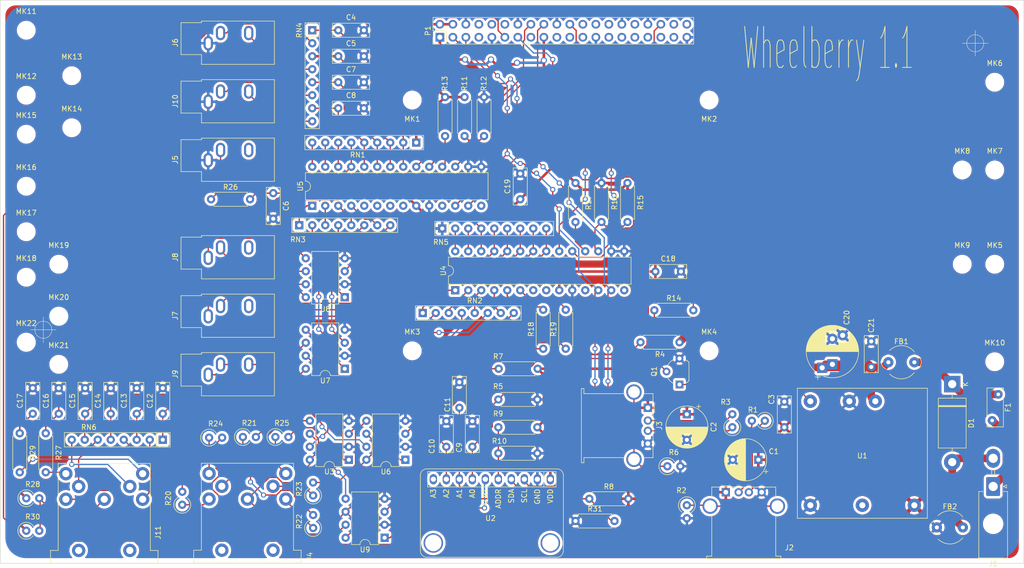
<source format=kicad_pcb>
(kicad_pcb (version 20171130) (host pcbnew "(5.1.4)-1")
  (title_block (title Wheelberry) (date 2019-11-20) (rev 1) (company "Darwin Innovation Ltd"))
  (layers (0 F.Cu signal) (31 B.Cu signal hide) (35 F.Paste user hide) (37 F.SilkS user) (38 B.Mask user hide) (39 F.Mask user hide) (44 Edge.Cuts user))
  (net 0 "")
  (net 1 +3V3)
  (net 2 +5V)
  (net 3 GND)
  (net 4 "/GPIO2(SDA1)")
  (net 5 "/GPIO3(SCL1)")
  (net 6 "/GPIO17(GEN0)")
  (net 7 "/GPIO27(GEN2)")
  (net 8 "/GPIO25(GEN6)")
  (net 9 /GPIO16)
  (net 10 "Net-(D1-Pad1)")
  (net 11 /EXP_INTA)
  (net 12 /EXP_INTB)
  (net 13 "Net-(R10-Pad1)")
  (net 14 "/Wheelberry Power/24V_MEAS")
  (net 15 "Net-(R20-Pad2)")
  (net 16 "Net-(J4-Pad1)")
  (net 17 "Net-(R21-Pad2)")
  (net 18 "Net-(R17-Pad2)")
  (net 19 "Net-(R15-Pad2)")
  (net 20 "Net-(R13-Pad2)")
  (net 21 "Net-(R11-Pad2)")
  (net 22 "Net-(C6-Pad1)")
  (net 23 "Net-(C8-Pad1)")
  (net 24 "Net-(C7-Pad1)")
  (net 25 "Net-(C4-Pad1)")
  (net 26 "Net-(J7-PadS)")
  (net 27 "Net-(J7-PadT)")
  (net 28 "Net-(J9-PadS)")
  (net 29 "Net-(J9-PadT)")
  (net 30 "Net-(J9-PadR)")
  (net 31 "Net-(J8-PadT)")
  (net 32 "Net-(J8-PadS)")
  (net 33 +5VP)
  (net 34 "/Wheelberry Power/24V_IN")
  (net 35 "Net-(J2-Pad5)")
  (net 36 "Net-(J2-Pad2)")
  (net 37 "Net-(J2-Pad3)")
  (net 38 "Net-(J3-Pad3)")
  (net 39 "Net-(J3-Pad2)")
  (net 40 "Net-(J3-Pad5)")
  (net 41 "Net-(J5-PadT)")
  (net 42 "Net-(J6-PadT)")
  (net 43 "Net-(J6-PadR)")
  (net 44 "Net-(J10-PadT)")
  (net 45 "Net-(J10-PadR)")
  (net 46 "Net-(Q1-Pad1)")
  (net 47 "Net-(J4-Pad2)")
  (net 48 "Net-(J4-Pad4)")
  (net 49 "Net-(J4-Pad3)")
  (net 50 "Net-(J4-Pad5)")
  (net 51 "Net-(RN1-Pad7)")
  (net 52 "Net-(RN1-Pad8)")
  (net 53 "Net-(RN1-Pad9)")
  (net 54 "Net-(C10-Pad1)")
  (net 55 "Net-(C11-Pad1)")
  (net 56 "Net-(RN2-Pad8)")
  (net 57 "Net-(RN2-Pad6)")
  (net 58 "Net-(RN2-Pad4)")
  (net 59 "Net-(RN2-Pad2)")
  (net 60 "Net-(RN3-Pad8)")
  (net 61 "Net-(RN3-Pad6)")
  (net 62 "Net-(RN3-Pad4)")
  (net 63 "Net-(RN3-Pad2)")
  (net 64 "/Wheelberry IO/GPB3")
  (net 65 "/Wheelberry IO/GPB2")
  (net 66 "/Wheelberry IO/GPB1")
  (net 67 "/Wheelberry IO/GPB0")
  (net 68 "Net-(J4-Pad7)")
  (net 69 "Net-(J4-Pad6)")
  (net 70 "Net-(Q1-Pad2)")
  (net 71 "Net-(C12-Pad1)")
  (net 72 "Net-(C14-Pad1)")
  (net 73 "Net-(C15-Pad1)")
  (net 74 "Net-(J11-Pad7)")
  (net 75 "Net-(J11-Pad6)")
  (net 76 "Net-(J11-Pad5)")
  (net 77 "Net-(J11-Pad4)")
  (net 78 "Net-(J11-Pad3)")
  (net 79 "Net-(J11-Pad2)")
  (net 80 "Net-(J11-Pad1)")
  (net 81 "Net-(R22-Pad2)")
  (net 82 "Net-(R23-Pad2)")
  (net 83 "Net-(R24-Pad2)")
  (net 84 "Net-(R25-Pad2)")
  (net 85 "/Wheelchair IO Bed/GPB3")
  (net 86 "/Wheelchair IO Bed/GPB2")
  (net 87 "/Wheelchair IO Bed/GPB1")
  (net 88 "/Wheelchair IO Bed/GPB0")
  (net 89 "Net-(RN5-Pad3)")
  (net 90 "Net-(RN5-Pad2)")
  (net 91 "/Wheelchair IO Bed/GPB5")
  (net 92 "/Wheelchair IO Bed/GPB4")
  (net 93 "Net-(R19-Pad1)")
  (net 94 "Net-(R18-Pad1)")
  (net 95 "Net-(C13-Pad1)")
  (net 96 "Net-(C16-Pad1)")
  (net 97 "Net-(C17-Pad1)")
  (net 98 /24V_IN-)
  (net 99 /24V_IN+)
  (net 100 "Net-(C5-Pad1)")
  (module Capacitor_THT:C_Rect_L7.0mm_W2.5mm_P5.00mm (layer F.Cu) (at 220.18 121.646 90)
    (fp_text reference C21 (at 8.128 0 90) (layer F.SilkS))
    (fp_text value 100n)
    (pad 2 thru_hole circle (at 5 0 90) (size 1.6 1.6) (drill 0.8) (layers *.Cu *.Mask) (net 3 GND))
    (pad 1 thru_hole circle (at 0 0 90) (size 1.6 1.6) (drill 0.8) (layers *.Cu *.Mask) (net 34 "/Wheelberry Power/24V_IN"))
  )
  (module Capacitor_THT:CP_Radial_D10.0mm_P5.00mm_P7.50mm (layer F.Cu) (at 212.592 121.138 90)
    (fp_text reference C20 (at 9.144 2.794 90) (layer F.SilkS))
    (fp_text value 10u)
    (pad 2 thru_hole circle (at 5.672144 2 90) (size 2 2) (drill 1) (layers *.Cu *.Mask) (net 3 GND))
    (pad 1 thru_hole rect (at -0.672144 -2 90) (size 2 2) (drill 1) (layers *.Cu *.Mask) (net 34 "/Wheelberry Power/24V_IN"))
    (pad 2 thru_hole circle (at 5 0 90) (size 2 2) (drill 1) (layers *.Cu *.Mask) (net 3 GND))
    (pad 1 thru_hole rect (at 0 0 90) (size 2 2) (drill 1) (layers *.Cu *.Mask) (net 34 "/Wheelberry Power/24V_IN"))
  )
  (module wheelberry:Adafruit_ADS1x15_Breakout (layer F.Cu) (at 146.05 143.59 180)
    (fp_text reference U2 (at 0.254 -7.62) (layer F.SilkS))
    (fp_text value ADS1115IDGS)
    (fp_text user A3 (at 11.43 -1.778 90) (layer F.SilkS) (effects (justify right)))
    (fp_text user A2 (at 8.89 -1.778 90) (layer F.SilkS) (effects (justify right)))
    (fp_text user A1 (at 6.35 -1.778 90) (layer F.SilkS) (effects (justify right)))
    (fp_text user A0 (at 3.81 -1.778 90) (layer F.SilkS) (effects (justify right)))
    (fp_text user ALRT (at 1.27 -1.778 90) (layer F.SilkS) (effects (justify right)))
    (fp_text user ADDR (at -1.27 -1.778 90) (layer F.SilkS) (effects (justify right)))
    (fp_text user SDA (at -3.81 -1.778 90) (layer F.SilkS) (effects (justify right)))
    (fp_text user SCL (at -6.35 -1.778 90) (layer F.SilkS) (effects (justify right)))
    (fp_text user GND (at -8.89 -1.778 90) (layer F.SilkS) (effects (justify right)))
    (fp_text user VDD (at -11.43 -1.778 90) (layer F.SilkS) (effects (justify right)))
    (pad "" thru_hole circle (at 11.43 -12.446 180) (size 3.8 3.8) (drill 3.2) (layers *.Cu *.Mask))
    (pad "" thru_hole circle (at -11.43 -12.446 180) (size 3.8 3.8) (drill 3.2) (layers *.Cu *.Mask))
    (pad 7 thru_hole oval (at 11.43 0 180) (size 1.4 2) (drill 1) (layers *.Cu *.Mask))
    (pad 6 thru_hole oval (at 8.89 0 180) (size 1.4 2) (drill 1) (layers *.Cu *.Mask) (net 54 "Net-(C10-Pad1)"))
    (pad 5 thru_hole oval (at 6.35 0 180) (size 1.4 2) (drill 1) (layers *.Cu *.Mask) (net 55 "Net-(C11-Pad1)"))
    (pad 4 thru_hole oval (at 3.81 0 180) (size 1.4 2) (drill 1) (layers *.Cu *.Mask) (net 14 "/Wheelberry Power/24V_MEAS"))
    (pad 2 thru_hole oval (at 1.27 0 180) (size 1.4 2) (drill 1) (layers *.Cu *.Mask) (net 6 "/GPIO17(GEN0)"))
    (pad 1 thru_hole oval (at -1.27 0 180) (size 1.4 2) (drill 1) (layers *.Cu *.Mask) (net 13 "Net-(R10-Pad1)"))
    (pad 9 thru_hole oval (at -3.81 0 180) (size 1.4 2) (drill 1) (layers *.Cu *.Mask) (net 4 "/GPIO2(SDA1)"))
    (pad 10 thru_hole oval (at -6.35 0 180) (size 1.4 2) (drill 1) (layers *.Cu *.Mask) (net 5 "/GPIO3(SCL1)"))
    (pad 3 thru_hole oval (at -8.89 0 180) (size 1.4 2) (drill 1) (layers *.Cu *.Mask) (net 3 GND))
    (pad 8 thru_hole oval (at -11.43 0 180) (size 1.4 2) (drill 1) (layers *.Cu *.Mask) (net 1 +3V3))
  )
  (module wheelberry:pro-signal_DIN7_Socket (layer F.Cu) (at 70.32 160 90)
    (fp_text reference J11 (at 6 10.5 90) (layer F.SilkS))
    (fp_text value DIN-7)
    (pad "" thru_hole circle (at 2.5 5 90) (size 2.6 2.6) (drill 1.4) (layers *.Cu *.Mask))
    (pad "" thru_hole circle (at 2.5 -5 90) (size 2.6 2.6) (drill 1.4) (layers *.Cu *.Mask))
    (pad 7 thru_hole circle (at 17.5 7.5 90) (size 2.6 2.6) (drill 1.4) (layers *.Cu *.Mask) (net 74 "Net-(J11-Pad7)"))
    (pad 6 thru_hole circle (at 17.5 -7.5 90) (size 2.6 2.6) (drill 1.4) (layers *.Cu *.Mask) (net 75 "Net-(J11-Pad6)"))
    (pad 5 thru_hole circle (at 15 5 90) (size 2.6 2.6) (drill 1.4) (layers *.Cu *.Mask) (net 76 "Net-(J11-Pad5)"))
    (pad 4 thru_hole circle (at 15 -5 90) (size 2.6 2.6) (drill 1.4) (layers *.Cu *.Mask) (net 77 "Net-(J11-Pad4)"))
    (pad 3 thru_hole circle (at 12.5 7.5 90) (size 2.6 2.6) (drill 1.4) (layers *.Cu *.Mask) (net 78 "Net-(J11-Pad3)"))
    (pad 2 thru_hole circle (at 12.5 -7.5 90) (size 2.6 2.6) (drill 1.4) (layers *.Cu *.Mask) (net 79 "Net-(J11-Pad2)"))
    (pad 1 thru_hole circle (at 12.5 0 90) (size 2.6 2.6) (drill 1.4) (layers *.Cu *.Mask) (net 80 "Net-(J11-Pad1)"))
  )
  (module MountingHole:MountingHole_2.7mm_M2.5 (layer F.Cu) (at 55.08 116.82)
    (fp_text reference MK22 (at 0 -3.7) (layer F.SilkS))
    (fp_text value M2.5)
    (pad 1 np_thru_hole circle (at 0 0) (size 2.7 2.7) (drill 2.7) (layers *.Cu *.Mask))
  )
  (module MountingHole:MountingHole_2.7mm_M2.5 (layer F.Cu) (at 61.43 121.138)
    (fp_text reference MK21 (at 0 -3.7) (layer F.SilkS))
    (fp_text value M2.5)
    (pad 1 np_thru_hole circle (at 0 0) (size 2.7 2.7) (drill 2.7) (layers *.Cu *.Mask))
  )
  (module MountingHole:MountingHole_2.7mm_M2.5 (layer F.Cu) (at 61.43 111.74)
    (fp_text reference MK20 (at 0 -3.7) (layer F.SilkS))
    (fp_text value M2.5)
    (pad 1 np_thru_hole circle (at 0 0) (size 2.7 2.7) (drill 2.7) (layers *.Cu *.Mask))
  )
  (module MountingHole:MountingHole_2.7mm_M2.5 (layer F.Cu) (at 61.43 101.58)
    (fp_text reference MK19 (at 0 -3.7) (layer F.SilkS))
    (fp_text value M2.5)
    (pad 1 np_thru_hole circle (at 0 0) (size 2.7 2.7) (drill 2.7) (layers *.Cu *.Mask))
  )
  (module MountingHole:MountingHole_2.7mm_M2.5 (layer F.Cu) (at 55.08 104.12)
    (fp_text reference MK18 (at 0 -3.7) (layer F.SilkS))
    (fp_text value M2.5)
    (pad 1 np_thru_hole circle (at 0 0) (size 2.7 2.7) (drill 2.7) (layers *.Cu *.Mask))
  )
  (module MountingHole:MountingHole_2.7mm_M2.5 (layer F.Cu) (at 55.08 95.23)
    (fp_text reference MK17 (at 0 -3.7) (layer F.SilkS))
    (fp_text value M2.5)
    (pad 1 np_thru_hole circle (at 0 0) (size 2.7 2.7) (drill 2.7) (layers *.Cu *.Mask))
  )
  (module MountingHole:MountingHole_2.7mm_M2.5 (layer F.Cu) (at 55.08 86.34)
    (fp_text reference MK16 (at 0 -3.7) (layer F.SilkS))
    (fp_text value M2.5)
    (pad 1 np_thru_hole circle (at 0 0) (size 2.7 2.7) (drill 2.7) (layers *.Cu *.Mask))
  )
  (module MountingHole:MountingHole_2.7mm_M2.5 (layer F.Cu) (at 55.08 76.18)
    (fp_text reference MK15 (at 0 -3.7) (layer F.SilkS))
    (fp_text value M2.5)
    (pad 1 np_thru_hole circle (at 0 0) (size 2.7 2.7) (drill 2.7) (layers *.Cu *.Mask))
  )
  (module MountingHole:MountingHole_2.7mm_M2.5 (layer F.Cu) (at 63.97 74.91)
    (fp_text reference MK14 (at 0 -3.7) (layer F.SilkS))
    (fp_text value M2.5)
    (pad 1 np_thru_hole circle (at 0 0) (size 2.7 2.7) (drill 2.7) (layers *.Cu *.Mask))
  )
  (module MountingHole:MountingHole_2.7mm_M2.5 (layer F.Cu) (at 63.97 64.75)
    (fp_text reference MK13 (at 0 -3.7) (layer F.SilkS))
    (fp_text value M2.5)
    (pad 1 np_thru_hole circle (at 0 0) (size 2.7 2.7) (drill 2.7) (layers *.Cu *.Mask))
  )
  (module MountingHole:MountingHole_2.7mm_M2.5 (layer F.Cu) (at 55.08 68.56)
    (fp_text reference MK12 (at 0 -3.7) (layer F.SilkS))
    (fp_text value M2.5)
    (pad 1 np_thru_hole circle (at 0 0) (size 2.7 2.7) (drill 2.7) (layers *.Cu *.Mask))
  )
  (module MountingHole:MountingHole_2.7mm_M2.5 (layer F.Cu) (at 55.08 55.86)
    (fp_text reference MK11 (at 0 -3.7) (layer F.SilkS))
    (fp_text value M2.5)
    (pad 1 np_thru_hole circle (at 0 0) (size 2.7 2.7) (drill 2.7) (layers *.Cu *.Mask))
  )
  (module MountingHole:MountingHole_2.7mm_M2.5 (layer F.Cu) (at 244.31 120.63)
    (fp_text reference MK10 (at 0 -3.7) (layer F.SilkS))
    (fp_text value M2.5)
    (pad 1 np_thru_hole circle (at 0 0) (size 2.7 2.7) (drill 2.7) (layers *.Cu *.Mask))
  )
  (module MountingHole:MountingHole_2.7mm_M2.5 (layer F.Cu) (at 237.96 101.58)
    (fp_text reference MK9 (at 0 -3.7) (layer F.SilkS))
    (fp_text value M2.5)
    (pad 1 np_thru_hole circle (at 0 0) (size 2.7 2.7) (drill 2.7) (layers *.Cu *.Mask))
  )
  (module MountingHole:MountingHole_2.7mm_M2.5 (layer F.Cu) (at 237.96 83.165)
    (fp_text reference MK8 (at 0 -3.7) (layer F.SilkS))
    (fp_text value M2.5)
    (pad 1 np_thru_hole circle (at 0 0) (size 2.7 2.7) (drill 2.7) (layers *.Cu *.Mask))
  )
  (module MountingHole:MountingHole_2.7mm_M2.5 (layer F.Cu) (at 244.31 83.165)
    (fp_text reference MK7 (at 0 -3.7) (layer F.SilkS))
    (fp_text value M2.5)
    (pad 1 np_thru_hole circle (at 0 0) (size 2.7 2.7) (drill 2.7) (layers *.Cu *.Mask))
  )
  (module MountingHole:MountingHole_2.7mm_M2.5 (layer F.Cu) (at 244.31 66.02)
    (fp_text reference MK6 (at 0 -3.7) (layer F.SilkS))
    (fp_text value M2.5)
    (pad 1 np_thru_hole circle (at 0 0) (size 2.7 2.7) (drill 2.7) (layers *.Cu *.Mask))
  )
  (module MountingHole:MountingHole_2.7mm_M2.5 (layer F.Cu) (at 244.31 101.58)
    (fp_text reference MK5 (at 0 -3.7) (layer F.SilkS))
    (fp_text value M2.5)
    (pad 1 np_thru_hole circle (at 0 0) (size 2.7 2.7) (drill 2.7) (layers *.Cu *.Mask))
  )
  (module Package_TO_SOT_THT:TO-92_Wide (layer F.Cu) (at 182.715 125.075 90)
    (fp_text reference Q1 (at 2.55 -4.953 90) (layer F.SilkS))
    (fp_text value Q_NMOS_DGS)
    (pad 1 thru_hole rect (at 0 0 180) (size 1.5 1.5) (drill 0.8) (layers *.Cu *.Mask) (net 46 "Net-(Q1-Pad1)"))
    (pad 3 thru_hole circle (at 5.08 0 180) (size 1.5 1.5) (drill 0.8) (layers *.Cu *.Mask) (net 3 GND))
    (pad 2 thru_hole circle (at 2.54 -2.54 180) (size 1.5 1.5) (drill 0.8) (layers *.Cu *.Mask) (net 70 "Net-(Q1-Pad2)"))
  )
  (module Resistor_THT:R_Axial_DIN0207_L6.3mm_D2.5mm_P7.62mm_Horizontal (layer F.Cu) (at 162.395 151.745)
    (fp_text reference R31 (at 3.81 -2.37) (layer F.SilkS))
    (fp_text value 10k)
    (pad 2 thru_hole oval (at 7.62 0) (size 1.6 1.6) (drill 0.8) (layers *.Cu *.Mask) (net 55 "Net-(C11-Pad1)"))
    (pad 1 thru_hole circle (at 0 0) (size 1.6 1.6) (drill 0.8) (layers *.Cu *.Mask) (net 3 GND))
  )
  (module Package_DIP:DIP-28_W7.62mm (layer F.Cu) (at 138.9 106.66 90)
    (fp_text reference U4 (at 3.81 -2.33 90) (layer F.SilkS))
    (fp_text value MCP23017_SO)
    (pad 28 thru_hole oval (at 7.62 0 90) (size 1.6 1.6) (drill 0.8) (layers *.Cu *.Mask) (net 90 "Net-(RN5-Pad2)"))
    (pad 14 thru_hole oval (at 0 33.02 90) (size 1.6 1.6) (drill 0.8) (layers *.Cu *.Mask))
    (pad 27 thru_hole oval (at 7.62 2.54 90) (size 1.6 1.6) (drill 0.8) (layers *.Cu *.Mask) (net 89 "Net-(RN5-Pad3)"))
    (pad 13 thru_hole oval (at 0 30.48 90) (size 1.6 1.6) (drill 0.8) (layers *.Cu *.Mask) (net 4 "/GPIO2(SDA1)"))
    (pad 26 thru_hole oval (at 7.62 5.08 90) (size 1.6 1.6) (drill 0.8) (layers *.Cu *.Mask) (net 97 "Net-(C17-Pad1)"))
    (pad 12 thru_hole oval (at 0 27.94 90) (size 1.6 1.6) (drill 0.8) (layers *.Cu *.Mask) (net 5 "/GPIO3(SCL1)"))
    (pad 25 thru_hole oval (at 7.62 7.62 90) (size 1.6 1.6) (drill 0.8) (layers *.Cu *.Mask) (net 96 "Net-(C16-Pad1)"))
    (pad 11 thru_hole oval (at 0 25.4 90) (size 1.6 1.6) (drill 0.8) (layers *.Cu *.Mask))
    (pad 24 thru_hole oval (at 7.62 10.16 90) (size 1.6 1.6) (drill 0.8) (layers *.Cu *.Mask) (net 73 "Net-(C15-Pad1)"))
    (pad 10 thru_hole oval (at 0 22.86 90) (size 1.6 1.6) (drill 0.8) (layers *.Cu *.Mask) (net 3 GND))
    (pad 23 thru_hole oval (at 7.62 12.7 90) (size 1.6 1.6) (drill 0.8) (layers *.Cu *.Mask) (net 72 "Net-(C14-Pad1)"))
    (pad 9 thru_hole oval (at 0 20.32 90) (size 1.6 1.6) (drill 0.8) (layers *.Cu *.Mask) (net 1 +3V3))
    (pad 22 thru_hole oval (at 7.62 15.24 90) (size 1.6 1.6) (drill 0.8) (layers *.Cu *.Mask) (net 95 "Net-(C13-Pad1)"))
    (pad 8 thru_hole oval (at 0 17.78 90) (size 1.6 1.6) (drill 0.8) (layers *.Cu *.Mask))
    (pad 21 thru_hole oval (at 7.62 17.78 90) (size 1.6 1.6) (drill 0.8) (layers *.Cu *.Mask) (net 71 "Net-(C12-Pad1)"))
    (pad 7 thru_hole oval (at 0 15.24 90) (size 1.6 1.6) (drill 0.8) (layers *.Cu *.Mask))
    (pad 20 thru_hole oval (at 7.62 20.32 90) (size 1.6 1.6) (drill 0.8) (layers *.Cu *.Mask) (net 8 "/GPIO25(GEN6)"))
    (pad 6 thru_hole oval (at 0 12.7 90) (size 1.6 1.6) (drill 0.8) (layers *.Cu *.Mask) (net 91 "/Wheelchair IO Bed/GPB5"))
    (pad 19 thru_hole oval (at 7.62 22.86 90) (size 1.6 1.6) (drill 0.8) (layers *.Cu *.Mask) (net 9 /GPIO16))
    (pad 5 thru_hole oval (at 0 10.16 90) (size 1.6 1.6) (drill 0.8) (layers *.Cu *.Mask) (net 92 "/Wheelchair IO Bed/GPB4"))
    (pad 18 thru_hole oval (at 7.62 25.4 90) (size 1.6 1.6) (drill 0.8) (layers *.Cu *.Mask) (net 18 "Net-(R17-Pad2)"))
    (pad 4 thru_hole oval (at 0 7.62 90) (size 1.6 1.6) (drill 0.8) (layers *.Cu *.Mask) (net 85 "/Wheelchair IO Bed/GPB3"))
    (pad 17 thru_hole oval (at 7.62 27.94 90) (size 1.6 1.6) (drill 0.8) (layers *.Cu *.Mask) (net 19 "Net-(R15-Pad2)"))
    (pad 3 thru_hole oval (at 0 5.08 90) (size 1.6 1.6) (drill 0.8) (layers *.Cu *.Mask) (net 86 "/Wheelchair IO Bed/GPB2"))
    (pad 16 thru_hole oval (at 7.62 30.48 90) (size 1.6 1.6) (drill 0.8) (layers *.Cu *.Mask) (net 3 GND))
    (pad 2 thru_hole oval (at 0 2.54 90) (size 1.6 1.6) (drill 0.8) (layers *.Cu *.Mask) (net 87 "/Wheelchair IO Bed/GPB1"))
    (pad 15 thru_hole oval (at 7.62 33.02 90) (size 1.6 1.6) (drill 0.8) (layers *.Cu *.Mask) (net 3 GND))
    (pad 1 thru_hole rect (at 0 0 90) (size 1.6 1.6) (drill 0.8) (layers *.Cu *.Mask) (net 88 "/Wheelchair IO Bed/GPB0"))
  )
  (module Capacitor_THT:C_Rect_L7.0mm_W2.5mm_P5.00mm (layer F.Cu) (at 66.59 130.79 90)
    (fp_text reference C15 (at 2.5 -2.5 90) (layer F.SilkS))
    (fp_text value 100n)
    (pad 2 thru_hole circle (at 5 0 90) (size 1.6 1.6) (drill 0.8) (layers *.Cu *.Mask) (net 3 GND))
    (pad 1 thru_hole circle (at 0 0 90) (size 1.6 1.6) (drill 0.8) (layers *.Cu *.Mask) (net 73 "Net-(C15-Pad1)"))
  )
  (module Capacitor_THT:C_Rect_L7.0mm_W2.5mm_P5.00mm (layer F.Cu) (at 71.59 130.79 90)
    (fp_text reference C14 (at 2.5 -2.5 90) (layer F.SilkS))
    (fp_text value 100n)
    (pad 2 thru_hole circle (at 5 0 90) (size 1.6 1.6) (drill 0.8) (layers *.Cu *.Mask) (net 3 GND))
    (pad 1 thru_hole circle (at 0 0 90) (size 1.6 1.6) (drill 0.8) (layers *.Cu *.Mask) (net 72 "Net-(C14-Pad1)"))
  )
  (module Capacitor_THT:C_Rect_L7.0mm_W2.5mm_P5.00mm (layer F.Cu) (at 103.34 87.69 270)
    (fp_text reference C6 (at 2.5 -2.5 90) (layer F.SilkS))
    (fp_text value 100n)
    (pad 2 thru_hole circle (at 5 0 270) (size 1.6 1.6) (drill 0.8) (layers *.Cu *.Mask) (net 3 GND))
    (pad 1 thru_hole circle (at 0 0 270) (size 1.6 1.6) (drill 0.8) (layers *.Cu *.Mask) (net 22 "Net-(C6-Pad1)"))
  )
  (module Capacitor_THT:C_Rect_L7.0mm_W2.5mm_P5.00mm (layer F.Cu) (at 151.6 88.88 90)
    (fp_text reference C19 (at 2.5 -2.5 90) (layer F.SilkS))
    (fp_text value 100n)
    (pad 2 thru_hole circle (at 5 0 90) (size 1.6 1.6) (drill 0.8) (layers *.Cu *.Mask) (net 3 GND))
    (pad 1 thru_hole circle (at 0 0 90) (size 1.6 1.6) (drill 0.8) (layers *.Cu *.Mask) (net 1 +3V3))
  )
  (module Capacitor_THT:C_Rect_L7.0mm_W2.5mm_P5.00mm (layer F.Cu) (at 178 103)
    (fp_text reference C18 (at 2.5 -2.5) (layer F.SilkS))
    (fp_text value 100n)
    (pad 2 thru_hole circle (at 5 0) (size 1.6 1.6) (drill 0.8) (layers *.Cu *.Mask) (net 3 GND))
    (pad 1 thru_hole circle (at 0 0) (size 1.6 1.6) (drill 0.8) (layers *.Cu *.Mask) (net 1 +3V3))
  )
  (module Capacitor_THT:C_Rect_L7.0mm_W2.5mm_P5.00mm (layer F.Cu) (at 56.35 130.79 90)
    (fp_text reference C17 (at 2.5 -2.5 90) (layer F.SilkS))
    (fp_text value 100n)
    (pad 2 thru_hole circle (at 5 0 90) (size 1.6 1.6) (drill 0.8) (layers *.Cu *.Mask) (net 3 GND))
    (pad 1 thru_hole circle (at 0 0 90) (size 1.6 1.6) (drill 0.8) (layers *.Cu *.Mask) (net 97 "Net-(C17-Pad1)"))
  )
  (module Capacitor_THT:C_Rect_L7.0mm_W2.5mm_P5.00mm (layer F.Cu) (at 61.43 130.79 90)
    (fp_text reference C16 (at 2.5 -2.5 90) (layer F.SilkS))
    (fp_text value 100n)
    (pad 2 thru_hole circle (at 5 0 90) (size 1.6 1.6) (drill 0.8) (layers *.Cu *.Mask) (net 3 GND))
    (pad 1 thru_hole circle (at 0 0 90) (size 1.6 1.6) (drill 0.8) (layers *.Cu *.Mask) (net 96 "Net-(C16-Pad1)"))
  )
  (module Resistor_THT:R_Axial_DIN0309_L9.0mm_D3.2mm_P2.54mm_Vertical (layer F.Cu) (at 55.08 153.65)
    (fp_text reference R30 (at 1.27 -2.72) (layer F.SilkS))
    (fp_text value 10)
    (pad 2 thru_hole oval (at 2.54 0) (size 1.6 1.6) (drill 0.8) (layers *.Cu *.Mask) (net 80 "Net-(J11-Pad1)"))
    (pad 1 thru_hole circle (at 0 0) (size 1.6 1.6) (drill 0.8) (layers *.Cu *.Mask) (net 2 +5V))
  )
  (module Resistor_THT:R_Axial_DIN0207_L6.3mm_D2.5mm_P7.62mm_Horizontal (layer F.Cu) (at 53.81 142.22 90)
    (fp_text reference R29 (at 3.81 2.54 90) (layer F.SilkS))
    (fp_text value 1k)
    (pad 2 thru_hole oval (at 7.62 0 90) (size 1.6 1.6) (drill 0.8) (layers *.Cu *.Mask) (net 97 "Net-(C17-Pad1)"))
    (pad 1 thru_hole circle (at 0 0 90) (size 1.6 1.6) (drill 0.8) (layers *.Cu *.Mask) (net 74 "Net-(J11-Pad7)"))
  )
  (module Resistor_THT:R_Axial_DIN0309_L9.0mm_D3.2mm_P2.54mm_Vertical (layer F.Cu) (at 55.08 147.3)
    (fp_text reference R28 (at 1.27 -2.72) (layer F.SilkS))
    (fp_text value 10)
    (pad 2 thru_hole oval (at 2.54 0) (size 1.6 1.6) (drill 0.8) (layers *.Cu *.Mask) (net 80 "Net-(J11-Pad1)"))
    (pad 1 thru_hole circle (at 0 0) (size 1.6 1.6) (drill 0.8) (layers *.Cu *.Mask) (net 1 +3V3))
  )
  (module Resistor_THT:R_Axial_DIN0207_L6.3mm_D2.5mm_P7.62mm_Horizontal (layer F.Cu) (at 58.89 142.22 90)
    (fp_text reference R27 (at 3.81 2.54 90) (layer F.SilkS))
    (fp_text value 1k)
    (pad 2 thru_hole oval (at 7.62 0 90) (size 1.6 1.6) (drill 0.8) (layers *.Cu *.Mask) (net 96 "Net-(C16-Pad1)"))
    (pad 1 thru_hole circle (at 0 0 90) (size 1.6 1.6) (drill 0.8) (layers *.Cu *.Mask) (net 75 "Net-(J11-Pad6)"))
  )
  (module Resistor_THT:R_Axial_DIN0207_L6.3mm_D2.5mm_P7.62mm_Horizontal (layer F.Cu) (at 91.186 88.88)
    (fp_text reference R26 (at 3.81 -2.37) (layer F.SilkS))
    (fp_text value 1k)
    (pad 2 thru_hole oval (at 7.62 0) (size 1.6 1.6) (drill 0.8) (layers *.Cu *.Mask) (net 22 "Net-(C6-Pad1)"))
    (pad 1 thru_hole circle (at 0 0) (size 1.6 1.6) (drill 0.8) (layers *.Cu *.Mask) (net 41 "Net-(J5-PadT)"))
  )
  (module Resistor_THT:R_Axial_DIN0207_L6.3mm_D2.5mm_P7.62mm_Horizontal (layer F.Cu) (at 160.49 118.09 90)
    (fp_text reference R19 (at 3.81 -2.37 90) (layer F.SilkS))
    (fp_text value 330)
    (pad 2 thru_hole oval (at 7.62 0 90) (size 1.6 1.6) (drill 0.8) (layers *.Cu *.Mask) (net 91 "/Wheelchair IO Bed/GPB5"))
    (pad 1 thru_hole circle (at 0 0 90) (size 1.6 1.6) (drill 0.8) (layers *.Cu *.Mask) (net 93 "Net-(R19-Pad1)"))
  )
  (module Resistor_THT:R_Axial_DIN0207_L6.3mm_D2.5mm_P7.62mm_Horizontal (layer F.Cu) (at 156.083 118.09 90)
    (fp_text reference R18 (at 3.81 -2.37 90) (layer F.SilkS))
    (fp_text value 330)
    (pad 2 thru_hole oval (at 7.62 0 90) (size 1.6 1.6) (drill 0.8) (layers *.Cu *.Mask) (net 92 "/Wheelchair IO Bed/GPB4"))
    (pad 1 thru_hole circle (at 0 0 90) (size 1.6 1.6) (drill 0.8) (layers *.Cu *.Mask) (net 94 "Net-(R18-Pad1)"))
  )
  (module MountingHole:MountingHole_2.7mm_M2.5 (layer F.Cu) (at 130.5 69.5 180)
    (fp_text reference MK1 (at 0 -3.7 180) (layer F.SilkS))
    (fp_text value M2.5)
    (pad 1 np_thru_hole circle (at 0 0 180) (size 2.7 2.7) (drill 2.7) (layers *.Cu *.Mask))
  )
  (module Resistor_THT:R_Axial_DIN0207_L6.3mm_D2.5mm_P7.62mm_Horizontal (layer F.Cu) (at 140.716 68.914 270)
    (fp_text reference R11 (at -2.64 0.038 90) (layer F.SilkS))
    (fp_text value 10k)
    (pad 2 thru_hole oval (at 7.62 0 270) (size 1.6 1.6) (drill 0.8) (layers *.Cu *.Mask) (net 21 "Net-(R11-Pad2)"))
    (pad 1 thru_hole circle (at 0 0 270) (size 1.6 1.6) (drill 0.8) (layers *.Cu *.Mask) (net 1 +3V3))
  )
  (module Resistor_THT:R_Axial_DIN0207_L6.3mm_D2.5mm_P7.62mm_Horizontal (layer F.Cu) (at 144.526 76.534 90)
    (fp_text reference R12 (at 10.26 -0.038 90) (layer F.SilkS))
    (fp_text value 10k)
    (pad 2 thru_hole oval (at 7.62 0 90) (size 1.6 1.6) (drill 0.8) (layers *.Cu *.Mask) (net 3 GND))
    (pad 1 thru_hole circle (at 0 0 90) (size 1.6 1.6) (drill 0.8) (layers *.Cu *.Mask) (net 21 "Net-(R11-Pad2)"))
  )
  (module Resistor_THT:R_Axial_DIN0207_L6.3mm_D2.5mm_P7.62mm_Horizontal (layer F.Cu) (at 136.906 68.914 270)
    (fp_text reference R13 (at -2.64 0.038 90) (layer F.SilkS))
    (fp_text value 10k)
    (pad 2 thru_hole oval (at 7.62 0 270) (size 1.6 1.6) (drill 0.8) (layers *.Cu *.Mask) (net 20 "Net-(R13-Pad2)"))
    (pad 1 thru_hole circle (at 0 0 270) (size 1.6 1.6) (drill 0.8) (layers *.Cu *.Mask) (net 1 +3V3))
  )
  (module MountingHole:MountingHole_2.7mm_M2.5 (layer F.Cu) (at 188.5 118.5)
    (fp_text reference MK4 (at 0 -3.7) (layer F.SilkS))
    (fp_text value M2.5)
    (pad 1 np_thru_hole circle (at 0 0) (size 2.7 2.7) (drill 2.7) (layers *.Cu *.Mask))
  )
  (module MountingHole:MountingHole_2.7mm_M2.5 (layer F.Cu) (at 188.5 69.5 180)
    (fp_text reference MK2 (at 0 -3.7 180) (layer F.SilkS))
    (fp_text value M2.5)
    (pad 1 np_thru_hole circle (at 0 0 180) (size 2.7 2.7) (drill 2.7) (layers *.Cu *.Mask))
  )
  (module MountingHole:MountingHole_2.7mm_M2.5 (layer F.Cu) (at 130.5 118.5)
    (fp_text reference MK3 (at 0 -3.7) (layer F.SilkS))
    (fp_text value M2.5)
    (pad 1 np_thru_hole circle (at 0 0) (size 2.7 2.7) (drill 2.7) (layers *.Cu *.Mask))
  )
  (module Resistor_THT:R_Axial_DIN0207_L6.3mm_D2.5mm_P7.62mm_Horizontal (layer F.Cu) (at 165.1 147.4)
    (fp_text reference R8 (at 3.81 -2.37) (layer F.SilkS))
    (fp_text value 10k)
    (pad 2 thru_hole oval (at 7.62 0) (size 1.6 1.6) (drill 0.8) (layers *.Cu *.Mask) (net 33 +5VP))
    (pad 1 thru_hole circle (at 0 0) (size 1.6 1.6) (drill 0.8) (layers *.Cu *.Mask) (net 55 "Net-(C11-Pad1)"))
  )
  (module Resistor_THT:R_Axial_DIN0207_L6.3mm_D2.5mm_P7.62mm_Horizontal (layer F.Cu) (at 154.94 133.43 180)
    (fp_text reference R9 (at 7.658 2.64) (layer F.SilkS))
    (fp_text value 4k7)
    (pad 2 thru_hole oval (at 7.62 0 180) (size 1.6 1.6) (drill 0.8) (layers *.Cu *.Mask) (net 13 "Net-(R10-Pad1)"))
    (pad 1 thru_hole circle (at 0 0 180) (size 1.6 1.6) (drill 0.8) (layers *.Cu *.Mask) (net 1 +3V3))
  )
  (module Resistor_THT:R_Axial_DIN0207_L6.3mm_D2.5mm_P7.62mm_Horizontal (layer F.Cu) (at 147.38 122)
    (fp_text reference R7 (at -0.098 -2.386) (layer F.SilkS))
    (fp_text value 100)
    (pad 2 thru_hole oval (at 7.62 0) (size 1.6 1.6) (drill 0.8) (layers *.Cu *.Mask) (net 1 +3V3))
    (pad 1 thru_hole circle (at 0 0) (size 1.6 1.6) (drill 0.8) (layers *.Cu *.Mask) (net 54 "Net-(C10-Pad1)"))
  )
  (module Resistor_THT:R_Axial_DIN0207_L6.3mm_D2.5mm_P7.62mm_Horizontal (layer F.Cu) (at 147.32 138.51)
    (fp_text reference R10 (at 0.216 -2.386) (layer F.SilkS))
    (fp_text value 4k7)
    (pad 2 thru_hole oval (at 7.62 0) (size 1.6 1.6) (drill 0.8) (layers *.Cu *.Mask) (net 3 GND))
    (pad 1 thru_hole circle (at 0 0) (size 1.6 1.6) (drill 0.8) (layers *.Cu *.Mask) (net 13 "Net-(R10-Pad1)"))
  )
  (module Resistor_THT:R_Axial_DIN0207_L6.3mm_D2.5mm_P7.62mm_Horizontal (layer F.Cu) (at 177.8 110.57)
    (fp_text reference R14 (at 3.81 -2.37) (layer F.SilkS))
    (fp_text value 100)
    (pad 2 thru_hole oval (at 7.62 0) (size 1.6 1.6) (drill 0.8) (layers *.Cu *.Mask) (net 7 "/GPIO27(GEN2)"))
    (pad 1 thru_hole circle (at 0 0) (size 1.6 1.6) (drill 0.8) (layers *.Cu *.Mask) (net 70 "Net-(Q1-Pad2)"))
  )
  (module Connector_Audio:Jack_3.5mm_CUI_SJ1-3533NG_Horizontal (layer F.Cu) (at 90.64 81.26 90)
    (fp_text reference J5 (at 0.1 -6.45 90) (layer F.SilkS))
    (fp_text value AudioJack2)
    (pad R thru_hole oval (at 2 7.9 90) (size 2.8 1.8) (drill oval 2 1) (layers *.Cu *.Mask))
    (pad T thru_hole oval (at 2 2.4 90) (size 2.8 1.8) (drill oval 2 1) (layers *.Cu *.Mask) (net 41 "Net-(J5-PadT)"))
    (pad S thru_hole oval (at 0 0 90) (size 2.8 1.8) (drill oval 2 1) (layers *.Cu *.Mask) (net 3 GND))
  )
  (module Connector_Audio:Jack_3.5mm_CUI_SJ1-3533NG_Horizontal (layer F.Cu) (at 90.64 58.4 90)
    (fp_text reference J6 (at 0.1 -6.45 90) (layer F.SilkS))
    (fp_text value AudioJack3)
    (pad R thru_hole oval (at 2 7.9 90) (size 2.8 1.8) (drill oval 2 1) (layers *.Cu *.Mask) (net 43 "Net-(J6-PadR)"))
    (pad T thru_hole oval (at 2 2.4 90) (size 2.8 1.8) (drill oval 2 1) (layers *.Cu *.Mask) (net 42 "Net-(J6-PadT)"))
    (pad S thru_hole oval (at 0 0 90) (size 2.8 1.8) (drill oval 2 1) (layers *.Cu *.Mask) (net 3 GND))
  )
  (module Connector_Audio:Jack_3.5mm_CUI_SJ1-3533NG_Horizontal (layer F.Cu) (at 90.64 111.74 90)
    (fp_text reference J7 (at 0.1 -6.45 90) (layer F.SilkS))
    (fp_text value AudioJack2)
    (pad R thru_hole oval (at 2 7.9 90) (size 2.8 1.8) (drill oval 2 1) (layers *.Cu *.Mask))
    (pad T thru_hole oval (at 2 2.4 90) (size 2.8 1.8) (drill oval 2 1) (layers *.Cu *.Mask) (net 27 "Net-(J7-PadT)"))
    (pad S thru_hole oval (at 0 0 90) (size 2.8 1.8) (drill oval 2 1) (layers *.Cu *.Mask) (net 26 "Net-(J7-PadS)"))
  )
  (module Connector_Audio:Jack_3.5mm_CUI_SJ1-3533NG_Horizontal (layer F.Cu) (at 90.64 100.31 90)
    (fp_text reference J8 (at 0.1 -6.45 90) (layer F.SilkS))
    (fp_text value AudioJack2)
    (pad R thru_hole oval (at 2 7.9 90) (size 2.8 1.8) (drill oval 2 1) (layers *.Cu *.Mask))
    (pad T thru_hole oval (at 2 2.4 90) (size 2.8 1.8) (drill oval 2 1) (layers *.Cu *.Mask) (net 31 "Net-(J8-PadT)"))
    (pad S thru_hole oval (at 0 0 90) (size 2.8 1.8) (drill oval 2 1) (layers *.Cu *.Mask) (net 32 "Net-(J8-PadS)"))
  )
  (module Connector_Audio:Jack_3.5mm_CUI_SJ1-3533NG_Horizontal (layer F.Cu) (at 90.64 123.17 90)
    (fp_text reference J9 (at 0.1 -6.45 90) (layer F.SilkS))
    (fp_text value AudioJack3)
    (pad R thru_hole oval (at 2 7.9 90) (size 2.8 1.8) (drill oval 2 1) (layers *.Cu *.Mask) (net 30 "Net-(J9-PadR)"))
    (pad T thru_hole oval (at 2 2.4 90) (size 2.8 1.8) (drill oval 2 1) (layers *.Cu *.Mask) (net 29 "Net-(J9-PadT)"))
    (pad S thru_hole oval (at 0 0 90) (size 2.8 1.8) (drill oval 2 1) (layers *.Cu *.Mask) (net 28 "Net-(J9-PadS)"))
  )
  (module Connector_Audio:Jack_3.5mm_CUI_SJ1-3533NG_Horizontal (layer F.Cu) (at 90.64 69.83 90)
    (fp_text reference J10 (at 0.1 -6.45 90) (layer F.SilkS))
    (fp_text value AudioJack3)
    (pad R thru_hole oval (at 2 7.9 90) (size 2.8 1.8) (drill oval 2 1) (layers *.Cu *.Mask) (net 45 "Net-(J10-PadR)"))
    (pad T thru_hole oval (at 2 2.4 90) (size 2.8 1.8) (drill oval 2 1) (layers *.Cu *.Mask) (net 44 "Net-(J10-PadT)"))
    (pad S thru_hole oval (at 0 0 90) (size 2.8 1.8) (drill oval 2 1) (layers *.Cu *.Mask) (net 3 GND))
  )
  (module Diode_THT:D_DO-201AD_P15.24mm_Horizontal (layer F.Cu) (at 236 125 270)
    (fp_text reference D1 (at 7.62 -3.72 90) (layer F.SilkS))
    (fp_text value 1N5400)
    (fp_text user K (at 0 -2.6 90) (layer F.SilkS))
    (pad 2 thru_hole oval (at 15.24 0 270) (size 3.2 3.2) (drill 1.6) (layers *.Cu *.Mask) (net 98 /24V_IN-))
    (pad 1 thru_hole rect (at 0 0 270) (size 3.2 3.2) (drill 1.6) (layers *.Cu *.Mask) (net 10 "Net-(D1-Pad1)"))
  )
  (module Capacitor_THT:CP_Radial_D8.0mm_P5.00mm (layer F.Cu) (at 198.12 139.78 180)
    (fp_text reference C1 (at -3.01 1.624) (layer F.SilkS))
    (fp_text value 47u)
    (pad 2 thru_hole circle (at 5 0 180) (size 1.6 1.6) (drill 0.8) (layers *.Cu *.Mask) (net 3 GND))
    (pad 1 thru_hole rect (at 0 0 180) (size 1.6 1.6) (drill 0.8) (layers *.Cu *.Mask) (net 33 +5VP))
  )
  (module Capacitor_THT:CP_Radial_D8.0mm_P5.00mm (layer F.Cu) (at 184.15 130.89 270)
    (fp_text reference C2 (at 2.5 -5.25 90) (layer F.SilkS))
    (fp_text value 47u)
    (pad 2 thru_hole circle (at 5 0 270) (size 1.6 1.6) (drill 0.8) (layers *.Cu *.Mask) (net 3 GND))
    (pad 1 thru_hole rect (at 0 0 270) (size 1.6 1.6) (drill 0.8) (layers *.Cu *.Mask) (net 33 +5VP))
  )
  (module Capacitor_THT:C_Rect_L7.0mm_W2.5mm_P5.00mm (layer F.Cu) (at 116.04 71.1)
    (fp_text reference C8 (at 2.5 -2.5) (layer F.SilkS))
    (fp_text value 100n)
    (pad 2 thru_hole circle (at 5 0) (size 1.6 1.6) (drill 0.8) (layers *.Cu *.Mask) (net 3 GND))
    (pad 1 thru_hole circle (at 0 0) (size 1.6 1.6) (drill 0.8) (layers *.Cu *.Mask) (net 23 "Net-(C8-Pad1)"))
  )
  (module Ferrite_THT:LairdTech_28C0236-0JW-10 (layer F.Cu) (at 233 153)
    (fp_text reference FB2 (at 2.54 -4.064) (layer F.SilkS))
    (fp_text value Ferrite_Bead_Small)
    (pad 1 thru_hole circle (at 0 0) (size 2 2) (drill 0.8) (layers *.Cu *.Mask) (net 3 GND))
    (pad 2 thru_hole circle (at 5.08 0) (size 2 2) (drill 0.8) (layers *.Cu *.Mask) (net 98 /24V_IN-))
  )
  (module Capacitor_THT:C_Rect_L7.0mm_W2.5mm_P5.00mm (layer F.Cu) (at 203.2 133.43 90)
    (fp_text reference C3 (at 5.434 -2.5 90) (layer F.SilkS))
    (fp_text value 100n)
    (pad 2 thru_hole circle (at 5 0 90) (size 1.6 1.6) (drill 0.8) (layers *.Cu *.Mask) (net 3 GND))
    (pad 1 thru_hole circle (at 0 0 90) (size 1.6 1.6) (drill 0.8) (layers *.Cu *.Mask) (net 33 +5VP))
  )
  (module Connector_Molex:Molex_Mini-Fit_Jr_5569-02A2_2x01_P4.20mm_Horizontal (layer F.Cu) (at 244 145 180)
    (fp_text reference J1 (at 0 -15.1) (layer F.SilkS))
    (fp_text value Conn_01x02_Male)
    (pad "" np_thru_hole circle (at 0 -7.3 180) (size 3 3) (drill 3) (layers *.Cu *.Mask))
    (pad 2 thru_hole oval (at 0 5.5 180) (size 2.7 3.7) (drill 1.8) (layers *.Cu *.Mask) (net 98 /24V_IN-))
    (pad 1 thru_hole roundrect (at 0 0 180) (size 2.7 3.7) (drill 1.8) (layers *.Cu *.Mask) (roundrect_rratio 0.09259299999999999) (net 99 /24V_IN+))
  )
  (module Ferrite_THT:LairdTech_28C0236-0JW-10 (layer F.Cu) (at 223.52 120.73)
    (fp_text reference FB1 (at 2.54 -4.064) (layer F.SilkS))
    (fp_text value Ferrite_Bead_Small)
    (pad 1 thru_hole circle (at 0 0) (size 2 2) (drill 0.8) (layers *.Cu *.Mask) (net 34 "/Wheelberry Power/24V_IN"))
    (pad 2 thru_hole circle (at 5.08 0) (size 2 2) (drill 0.8) (layers *.Cu *.Mask) (net 10 "Net-(D1-Pad1)"))
  )
  (module Fuse:Fuse_Bourns_MF-RHT050 (layer F.Cu) (at 245 127 270)
    (fp_text reference F1 (at 2.55 -1.9 90) (layer F.SilkS))
    (fp_text value Polyfuse_Small)
    (pad 2 thru_hole circle (at 5.1 1.2 270) (size 1.71 1.71) (drill 0.71) (layers *.Cu *.Mask) (net 99 /24V_IN+))
    (pad 1 thru_hole circle (at 0 0 270) (size 1.71 1.71) (drill 0.71) (layers *.Cu *.Mask) (net 10 "Net-(D1-Pad1)"))
  )
  (module Connector_USB:USB_A_Stewart_SS-52100-001_Horizontal (layer F.Cu) (at 176.53 129.62 270)
    (fp_text reference J3 (at 3.5 -2.26 90) (layer F.SilkS))
    (fp_text value USB_A)
    (pad 4 thru_hole circle (at 7 0 270) (size 1.6 1.6) (drill 0.92) (layers *.Cu *.Mask) (net 3 GND))
    (pad 3 thru_hole circle (at 4.5 0 270) (size 1.6 1.6) (drill 0.92) (layers *.Cu *.Mask) (net 38 "Net-(J3-Pad3)"))
    (pad 2 thru_hole circle (at 2.5 0 270) (size 1.6 1.6) (drill 0.92) (layers *.Cu *.Mask) (net 39 "Net-(J3-Pad2)"))
    (pad 1 thru_hole rect (at 0 0 270) (size 1.6 1.6) (drill 0.92) (layers *.Cu *.Mask) (net 33 +5VP))
    (pad 5 thru_hole circle (at -3.07 2.71 270) (size 3 3) (drill 2.3) (layers *.Cu *.Mask) (net 40 "Net-(J3-Pad5)"))
    (pad 5 thru_hole circle (at 10.07 2.71 270) (size 3 3) (drill 2.3) (layers *.Cu *.Mask) (net 40 "Net-(J3-Pad5)"))
  )
  (module Package_DIP:DIP-8_W7.62mm (layer F.Cu) (at 117.31 122 180)
    (fp_text reference U7 (at 3.81 -2.33) (layer F.SilkS))
    (fp_text value TLP222A-2)
    (pad 8 thru_hole oval (at 7.62 0 180) (size 1.6 1.6) (drill 0.8) (layers *.Cu *.Mask) (net 29 "Net-(J9-PadT)"))
    (pad 4 thru_hole oval (at 0 7.62 180) (size 1.6 1.6) (drill 0.8) (layers *.Cu *.Mask) (net 3 GND))
    (pad 7 thru_hole oval (at 7.62 2.54 180) (size 1.6 1.6) (drill 0.8) (layers *.Cu *.Mask) (net 28 "Net-(J9-PadS)"))
    (pad 3 thru_hole oval (at 0 5.08 180) (size 1.6 1.6) (drill 0.8) (layers *.Cu *.Mask) (net 62 "Net-(RN3-Pad4)"))
    (pad 6 thru_hole oval (at 7.62 5.08 180) (size 1.6 1.6) (drill 0.8) (layers *.Cu *.Mask) (net 30 "Net-(J9-PadR)"))
    (pad 2 thru_hole oval (at 0 2.54 180) (size 1.6 1.6) (drill 0.8) (layers *.Cu *.Mask) (net 3 GND))
    (pad 5 thru_hole oval (at 7.62 7.62 180) (size 1.6 1.6) (drill 0.8) (layers *.Cu *.Mask) (net 28 "Net-(J9-PadS)"))
    (pad 1 thru_hole rect (at 0 0 180) (size 1.6 1.6) (drill 0.8) (layers *.Cu *.Mask) (net 63 "Net-(RN3-Pad2)"))
  )
  (module Package_DIP:DIP-8_W7.62mm (layer F.Cu) (at 117.31 108.03 180)
    (fp_text reference U8 (at 3.81 -2.33) (layer F.SilkS))
    (fp_text value TLP222A-2)
    (pad 8 thru_hole oval (at 7.62 0 180) (size 1.6 1.6) (drill 0.8) (layers *.Cu *.Mask) (net 27 "Net-(J7-PadT)"))
    (pad 4 thru_hole oval (at 0 7.62 180) (size 1.6 1.6) (drill 0.8) (layers *.Cu *.Mask) (net 3 GND))
    (pad 7 thru_hole oval (at 7.62 2.54 180) (size 1.6 1.6) (drill 0.8) (layers *.Cu *.Mask) (net 26 "Net-(J7-PadS)"))
    (pad 3 thru_hole oval (at 0 5.08 180) (size 1.6 1.6) (drill 0.8) (layers *.Cu *.Mask) (net 60 "Net-(RN3-Pad8)"))
    (pad 6 thru_hole oval (at 7.62 5.08 180) (size 1.6 1.6) (drill 0.8) (layers *.Cu *.Mask) (net 31 "Net-(J8-PadT)"))
    (pad 2 thru_hole oval (at 0 2.54 180) (size 1.6 1.6) (drill 0.8) (layers *.Cu *.Mask) (net 3 GND))
    (pad 5 thru_hole oval (at 7.62 7.62 180) (size 1.6 1.6) (drill 0.8) (layers *.Cu *.Mask) (net 32 "Net-(J8-PadS)"))
    (pad 1 thru_hole rect (at 0 0 180) (size 1.6 1.6) (drill 0.8) (layers *.Cu *.Mask) (net 61 "Net-(RN3-Pad6)"))
  )
  (module Capacitor_THT:C_Rect_L7.0mm_W2.5mm_P5.00mm (layer F.Cu) (at 116.04 60.94)
    (fp_text reference C5 (at 2.5 -2.5) (layer F.SilkS))
    (fp_text value 100n)
    (pad 2 thru_hole circle (at 5 0) (size 1.6 1.6) (drill 0.8) (layers *.Cu *.Mask) (net 3 GND))
    (pad 1 thru_hole circle (at 0 0) (size 1.6 1.6) (drill 0.8) (layers *.Cu *.Mask) (net 100 "Net-(C5-Pad1)"))
  )
  (module Capacitor_THT:C_Rect_L7.0mm_W2.5mm_P5.00mm (layer F.Cu) (at 116.04 55.86)
    (fp_text reference C4 (at 2.5 -2.5) (layer F.SilkS))
    (fp_text value 100n)
    (pad 2 thru_hole circle (at 5 0) (size 1.6 1.6) (drill 0.8) (layers *.Cu *.Mask) (net 3 GND))
    (pad 1 thru_hole circle (at 0 0) (size 1.6 1.6) (drill 0.8) (layers *.Cu *.Mask) (net 25 "Net-(C4-Pad1)"))
  )
  (module Capacitor_THT:C_Rect_L7.0mm_W2.5mm_P5.00mm (layer F.Cu) (at 116.04 66.02)
    (fp_text reference C7 (at 2.5 -2.5) (layer F.SilkS))
    (fp_text value 100n)
    (pad 2 thru_hole circle (at 5 0) (size 1.6 1.6) (drill 0.8) (layers *.Cu *.Mask) (net 3 GND))
    (pad 1 thru_hole circle (at 0 0) (size 1.6 1.6) (drill 0.8) (layers *.Cu *.Mask) (net 24 "Net-(C7-Pad1)"))
  )
  (module Capacitor_THT:C_Rect_L7.0mm_W2.5mm_P5.00mm (layer F.Cu) (at 137.16 137.24 90)
    (fp_text reference C10 (at 0.1 -2.832 90) (layer F.SilkS))
    (fp_text value 100n)
    (pad 2 thru_hole circle (at 5 0 90) (size 1.6 1.6) (drill 0.8) (layers *.Cu *.Mask) (net 3 GND))
    (pad 1 thru_hole circle (at 0 0 90) (size 1.6 1.6) (drill 0.8) (layers *.Cu *.Mask) (net 54 "Net-(C10-Pad1)"))
  )
  (module Capacitor_THT:C_Rect_L7.0mm_W2.5mm_P5.00mm (layer F.Cu) (at 139.7 129.62 90)
    (fp_text reference C11 (at 0.608 -2.324 90) (layer F.SilkS))
    (fp_text value 100n)
    (pad 2 thru_hole circle (at 5 0 90) (size 1.6 1.6) (drill 0.8) (layers *.Cu *.Mask) (net 3 GND))
    (pad 1 thru_hole circle (at 0 0 90) (size 1.6 1.6) (drill 0.8) (layers *.Cu *.Mask) (net 55 "Net-(C11-Pad1)"))
  )
  (module Capacitor_THT:C_Rect_L7.0mm_W2.5mm_P5.00mm (layer F.Cu) (at 142.24 137.24 90)
    (fp_text reference C9 (at -0.154 -2.578 90) (layer F.SilkS))
    (fp_text value 100n)
    (pad 2 thru_hole circle (at 5 0 90) (size 1.6 1.6) (drill 0.8) (layers *.Cu *.Mask) (net 3 GND))
    (pad 1 thru_hole circle (at 0 0 90) (size 1.6 1.6) (drill 0.8) (layers *.Cu *.Mask) (net 14 "/Wheelberry Power/24V_MEAS"))
  )
  (module Package_DIP:DIP-28_W7.62mm (layer F.Cu) (at 110.96 90.15 90)
    (fp_text reference U5 (at 3.81 -2.33 90) (layer F.SilkS))
    (fp_text value MCP23017_SO)
    (pad 28 thru_hole oval (at 7.62 0 90) (size 1.6 1.6) (drill 0.8) (layers *.Cu *.Mask) (net 53 "Net-(RN1-Pad9)"))
    (pad 14 thru_hole oval (at 0 33.02 90) (size 1.6 1.6) (drill 0.8) (layers *.Cu *.Mask))
    (pad 27 thru_hole oval (at 7.62 2.54 90) (size 1.6 1.6) (drill 0.8) (layers *.Cu *.Mask) (net 52 "Net-(RN1-Pad8)"))
    (pad 13 thru_hole oval (at 0 30.48 90) (size 1.6 1.6) (drill 0.8) (layers *.Cu *.Mask) (net 4 "/GPIO2(SDA1)"))
    (pad 26 thru_hole oval (at 7.62 5.08 90) (size 1.6 1.6) (drill 0.8) (layers *.Cu *.Mask) (net 51 "Net-(RN1-Pad7)"))
    (pad 12 thru_hole oval (at 0 27.94 90) (size 1.6 1.6) (drill 0.8) (layers *.Cu *.Mask) (net 5 "/GPIO3(SCL1)"))
    (pad 25 thru_hole oval (at 7.62 7.62 90) (size 1.6 1.6) (drill 0.8) (layers *.Cu *.Mask) (net 22 "Net-(C6-Pad1)"))
    (pad 11 thru_hole oval (at 0 25.4 90) (size 1.6 1.6) (drill 0.8) (layers *.Cu *.Mask))
    (pad 24 thru_hole oval (at 7.62 10.16 90) (size 1.6 1.6) (drill 0.8) (layers *.Cu *.Mask) (net 23 "Net-(C8-Pad1)"))
    (pad 10 thru_hole oval (at 0 22.86 90) (size 1.6 1.6) (drill 0.8) (layers *.Cu *.Mask) (net 3 GND))
    (pad 23 thru_hole oval (at 7.62 12.7 90) (size 1.6 1.6) (drill 0.8) (layers *.Cu *.Mask) (net 24 "Net-(C7-Pad1)"))
    (pad 9 thru_hole oval (at 0 20.32 90) (size 1.6 1.6) (drill 0.8) (layers *.Cu *.Mask) (net 1 +3V3))
    (pad 22 thru_hole oval (at 7.62 15.24 90) (size 1.6 1.6) (drill 0.8) (layers *.Cu *.Mask) (net 100 "Net-(C5-Pad1)"))
    (pad 8 thru_hole oval (at 0 17.78 90) (size 1.6 1.6) (drill 0.8) (layers *.Cu *.Mask))
    (pad 21 thru_hole oval (at 7.62 17.78 90) (size 1.6 1.6) (drill 0.8) (layers *.Cu *.Mask) (net 25 "Net-(C4-Pad1)"))
    (pad 7 thru_hole oval (at 0 15.24 90) (size 1.6 1.6) (drill 0.8) (layers *.Cu *.Mask))
    (pad 20 thru_hole oval (at 7.62 20.32 90) (size 1.6 1.6) (drill 0.8) (layers *.Cu *.Mask) (net 11 /EXP_INTA))
    (pad 6 thru_hole oval (at 0 12.7 90) (size 1.6 1.6) (drill 0.8) (layers *.Cu *.Mask))
    (pad 19 thru_hole oval (at 7.62 22.86 90) (size 1.6 1.6) (drill 0.8) (layers *.Cu *.Mask) (net 12 /EXP_INTB))
    (pad 5 thru_hole oval (at 0 10.16 90) (size 1.6 1.6) (drill 0.8) (layers *.Cu *.Mask))
    (pad 18 thru_hole oval (at 7.62 25.4 90) (size 1.6 1.6) (drill 0.8) (layers *.Cu *.Mask) (net 20 "Net-(R13-Pad2)"))
    (pad 4 thru_hole oval (at 0 7.62 90) (size 1.6 1.6) (drill 0.8) (layers *.Cu *.Mask) (net 64 "/Wheelberry IO/GPB3"))
    (pad 17 thru_hole oval (at 7.62 27.94 90) (size 1.6 1.6) (drill 0.8) (layers *.Cu *.Mask) (net 21 "Net-(R11-Pad2)"))
    (pad 3 thru_hole oval (at 0 5.08 90) (size 1.6 1.6) (drill 0.8) (layers *.Cu *.Mask) (net 65 "/Wheelberry IO/GPB2"))
    (pad 16 thru_hole oval (at 7.62 30.48 90) (size 1.6 1.6) (drill 0.8) (layers *.Cu *.Mask) (net 3 GND))
    (pad 2 thru_hole oval (at 0 2.54 90) (size 1.6 1.6) (drill 0.8) (layers *.Cu *.Mask) (net 66 "/Wheelberry IO/GPB1"))
    (pad 15 thru_hole oval (at 7.62 33.02 90) (size 1.6 1.6) (drill 0.8) (layers *.Cu *.Mask) (net 3 GND))
    (pad 1 thru_hole rect (at 0 0 90) (size 1.6 1.6) (drill 0.8) (layers *.Cu *.Mask) (net 67 "/Wheelberry IO/GPB0"))
  )
  (module Resistor_THT:R_Array_SIP8 (layer F.Cu) (at 108.42 93.96)
    (fp_text reference RN3 (at -0.254 2.794) (layer F.SilkS))
    (fp_text value 330)
    (pad 8 thru_hole oval (at 17.78 0) (size 1.6 1.6) (drill 0.8) (layers *.Cu *.Mask) (net 60 "Net-(RN3-Pad8)"))
    (pad 7 thru_hole oval (at 15.24 0) (size 1.6 1.6) (drill 0.8) (layers *.Cu *.Mask) (net 64 "/Wheelberry IO/GPB3"))
    (pad 6 thru_hole oval (at 12.7 0) (size 1.6 1.6) (drill 0.8) (layers *.Cu *.Mask) (net 61 "Net-(RN3-Pad6)"))
    (pad 5 thru_hole oval (at 10.16 0) (size 1.6 1.6) (drill 0.8) (layers *.Cu *.Mask) (net 65 "/Wheelberry IO/GPB2"))
    (pad 4 thru_hole oval (at 7.62 0) (size 1.6 1.6) (drill 0.8) (layers *.Cu *.Mask) (net 62 "Net-(RN3-Pad4)"))
    (pad 3 thru_hole oval (at 5.08 0) (size 1.6 1.6) (drill 0.8) (layers *.Cu *.Mask) (net 66 "/Wheelberry IO/GPB1"))
    (pad 2 thru_hole oval (at 2.54 0) (size 1.6 1.6) (drill 0.8) (layers *.Cu *.Mask) (net 63 "Net-(RN3-Pad2)"))
    (pad 1 thru_hole rect (at 0 0) (size 1.6 1.6) (drill 0.8) (layers *.Cu *.Mask) (net 67 "/Wheelberry IO/GPB0"))
  )
  (module Resistor_THT:R_Array_SIP8 (layer F.Cu) (at 110.96 55.86 270)
    (fp_text reference RN4 (at 0 2.54 90) (layer F.SilkS))
    (fp_text value 1k)
    (pad 8 thru_hole oval (at 17.78 0 270) (size 1.6 1.6) (drill 0.8) (layers *.Cu *.Mask) (net 45 "Net-(J10-PadR)"))
    (pad 7 thru_hole oval (at 15.24 0 270) (size 1.6 1.6) (drill 0.8) (layers *.Cu *.Mask) (net 23 "Net-(C8-Pad1)"))
    (pad 6 thru_hole oval (at 12.7 0 270) (size 1.6 1.6) (drill 0.8) (layers *.Cu *.Mask) (net 44 "Net-(J10-PadT)"))
    (pad 5 thru_hole oval (at 10.16 0 270) (size 1.6 1.6) (drill 0.8) (layers *.Cu *.Mask) (net 24 "Net-(C7-Pad1)"))
    (pad 4 thru_hole oval (at 7.62 0 270) (size 1.6 1.6) (drill 0.8) (layers *.Cu *.Mask) (net 43 "Net-(J6-PadR)"))
    (pad 3 thru_hole oval (at 5.08 0 270) (size 1.6 1.6) (drill 0.8) (layers *.Cu *.Mask) (net 100 "Net-(C5-Pad1)"))
    (pad 2 thru_hole oval (at 2.54 0 270) (size 1.6 1.6) (drill 0.8) (layers *.Cu *.Mask) (net 42 "Net-(J6-PadT)"))
    (pad 1 thru_hole rect (at 0 0 270) (size 1.6 1.6) (drill 0.8) (layers *.Cu *.Mask) (net 25 "Net-(C4-Pad1)"))
  )
  (module Resistor_THT:R_Axial_DIN0309_L9.0mm_D3.2mm_P2.54mm_Vertical (layer F.Cu) (at 180.34 141.05)
    (fp_text reference R6 (at 1.27 -2.72) (layer F.SilkS))
    (fp_text value 47)
    (pad 2 thru_hole oval (at 2.54 0) (size 1.6 1.6) (drill 0.8) (layers *.Cu *.Mask) (net 3 GND))
    (pad 1 thru_hole circle (at 0 0) (size 1.6 1.6) (drill 0.8) (layers *.Cu *.Mask) (net 40 "Net-(J3-Pad5)"))
  )
  (module Resistor_THT:R_Axial_DIN0309_L9.0mm_D3.2mm_P2.54mm_Vertical (layer F.Cu) (at 193.04 133.43 90)
    (fp_text reference R3 (at 4.926 -1.308) (layer F.SilkS))
    (fp_text value 47)
    (pad 2 thru_hole oval (at 2.54 0 90) (size 1.6 1.6) (drill 0.8) (layers *.Cu *.Mask) (net 39 "Net-(J3-Pad2)"))
    (pad 1 thru_hole circle (at 0 0 90) (size 1.6 1.6) (drill 0.8) (layers *.Cu *.Mask) (net 38 "Net-(J3-Pad3)"))
  )
  (module Resistor_THT:R_Axial_DIN0309_L9.0mm_D3.2mm_P2.54mm_Vertical (layer F.Cu) (at 184.15 148.67 270)
    (fp_text reference R2 (at -2.894 1.054) (layer F.SilkS))
    (fp_text value 47)
    (pad 2 thru_hole oval (at 2.54 0 270) (size 1.6 1.6) (drill 0.8) (layers *.Cu *.Mask) (net 3 GND))
    (pad 1 thru_hole circle (at 0 0 270) (size 1.6 1.6) (drill 0.8) (layers *.Cu *.Mask) (net 35 "Net-(J2-Pad5)"))
  )
  (module Resistor_THT:R_Axial_DIN0309_L9.0mm_D3.2mm_P2.54mm_Vertical (layer F.Cu) (at 199.39 132.16 180)
    (fp_text reference R1 (at 2.324 2.132) (layer F.SilkS))
    (fp_text value 47)
    (pad 2 thru_hole oval (at 2.54 0 180) (size 1.6 1.6) (drill 0.8) (layers *.Cu *.Mask) (net 36 "Net-(J2-Pad2)"))
    (pad 1 thru_hole circle (at 0 0 180) (size 1.6 1.6) (drill 0.8) (layers *.Cu *.Mask) (net 37 "Net-(J2-Pad3)"))
  )
  (module Resistor_THT:R_Axial_DIN0207_L6.3mm_D2.5mm_P7.62mm_Horizontal (layer F.Cu) (at 147.32 128)
    (fp_text reference R5 (at -0.038 -2.544) (layer F.SilkS))
    (fp_text value 10k)
    (pad 2 thru_hole oval (at 7.62 0) (size 1.6 1.6) (drill 0.8) (layers *.Cu *.Mask) (net 3 GND))
    (pad 1 thru_hole circle (at 0 0) (size 1.6 1.6) (drill 0.8) (layers *.Cu *.Mask) (net 14 "/Wheelberry Power/24V_MEAS"))
  )
  (module Resistor_THT:R_Axial_DIN0207_L6.3mm_D2.5mm_P7.62mm_Horizontal (layer F.Cu) (at 182.715 116.82 180)
    (fp_text reference R4 (at 3.81 -2.37) (layer F.SilkS))
    (fp_text value 100k)
    (pad 2 thru_hole oval (at 7.62 0 180) (size 1.6 1.6) (drill 0.8) (layers *.Cu *.Mask) (net 14 "/Wheelberry Power/24V_MEAS"))
    (pad 1 thru_hole circle (at 0 0 180) (size 1.6 1.6) (drill 0.8) (layers *.Cu *.Mask) (net 34 "/Wheelberry Power/24V_IN"))
  )
  (module Resistor_THT:R_Array_SIP9 (layer F.Cu) (at 131.28 77.804 180)
    (fp_text reference RN1 (at 11.43 -2.4) (layer F.SilkS))
    (fp_text value 10k)
    (pad 9 thru_hole oval (at 20.32 0 180) (size 1.6 1.6) (drill 0.8) (layers *.Cu *.Mask) (net 53 "Net-(RN1-Pad9)"))
    (pad 8 thru_hole oval (at 17.78 0 180) (size 1.6 1.6) (drill 0.8) (layers *.Cu *.Mask) (net 52 "Net-(RN1-Pad8)"))
    (pad 7 thru_hole oval (at 15.24 0 180) (size 1.6 1.6) (drill 0.8) (layers *.Cu *.Mask) (net 51 "Net-(RN1-Pad7)"))
    (pad 6 thru_hole oval (at 12.7 0 180) (size 1.6 1.6) (drill 0.8) (layers *.Cu *.Mask) (net 22 "Net-(C6-Pad1)"))
    (pad 5 thru_hole oval (at 10.16 0 180) (size 1.6 1.6) (drill 0.8) (layers *.Cu *.Mask) (net 23 "Net-(C8-Pad1)"))
    (pad 4 thru_hole oval (at 7.62 0 180) (size 1.6 1.6) (drill 0.8) (layers *.Cu *.Mask) (net 24 "Net-(C7-Pad1)"))
    (pad 3 thru_hole oval (at 5.08 0 180) (size 1.6 1.6) (drill 0.8) (layers *.Cu *.Mask) (net 100 "Net-(C5-Pad1)"))
    (pad 2 thru_hole oval (at 2.54 0 180) (size 1.6 1.6) (drill 0.8) (layers *.Cu *.Mask) (net 25 "Net-(C4-Pad1)"))
    (pad 1 thru_hole rect (at 0 0 180) (size 1.6 1.6) (drill 0.8) (layers *.Cu *.Mask) (net 1 +3V3))
  )
  (module wheelberry:Traco_THN15 (layer F.Cu) (at 218.44 138.51)
    (fp_text reference U1 (at 0 0.5) (layer F.SilkS))
    (fp_text value THN_15-2411)
    (pad 6 thru_hole circle (at -10.16 -10.16) (size 2.6 2.6) (drill 1.2) (layers *.Cu *.Mask) (net 46 "Net-(Q1-Pad1)"))
    (pad 5 thru_hole circle (at -10.16 10.16) (size 2.6 2.6) (drill 1.2) (layers *.Cu *.Mask) (net 3 GND))
    (pad 4 thru_hole circle (at 0 10.16) (size 2.6 2.6) (drill 1.2) (layers *.Cu *.Mask))
    (pad 3 thru_hole circle (at 10.16 10.16) (size 2.6 2.6) (drill 1.2) (layers *.Cu *.Mask) (net 33 +5VP) (thermal_gap 0.5))
    (pad 2 thru_hole circle (at -2.54 -10.16) (size 2.6 2.6) (drill 1.2) (layers *.Cu *.Mask) (net 3 GND))
    (pad 1 thru_hole circle (at 2.54 -10.16) (size 2.6 2.6) (drill 1.2) (layers *.Cu *.Mask) (net 34 "/Wheelberry Power/24V_IN"))
  )
  (module Package_DIP:DIP-8_W7.62mm (layer F.Cu) (at 125.095 155.02 180)
    (fp_text reference U9 (at 3.81 -2.33) (layer F.SilkS))
    (fp_text value TLP222A-2)
    (pad 8 thru_hole oval (at 7.62 0 180) (size 1.6 1.6) (drill 0.8) (layers *.Cu *.Mask) (net 16 "Net-(J4-Pad1)"))
    (pad 4 thru_hole oval (at 0 7.62 180) (size 1.6 1.6) (drill 0.8) (layers *.Cu *.Mask) (net 3 GND))
    (pad 7 thru_hole oval (at 7.62 2.54 180) (size 1.6 1.6) (drill 0.8) (layers *.Cu *.Mask) (net 83 "Net-(R24-Pad2)"))
    (pad 3 thru_hole oval (at 0 5.08 180) (size 1.6 1.6) (drill 0.8) (layers *.Cu *.Mask) (net 93 "Net-(R19-Pad1)"))
    (pad 6 thru_hole oval (at 7.62 5.08 180) (size 1.6 1.6) (drill 0.8) (layers *.Cu *.Mask) (net 16 "Net-(J4-Pad1)"))
    (pad 2 thru_hole oval (at 0 2.54 180) (size 1.6 1.6) (drill 0.8) (layers *.Cu *.Mask) (net 3 GND))
    (pad 5 thru_hole oval (at 7.62 7.62 180) (size 1.6 1.6) (drill 0.8) (layers *.Cu *.Mask) (net 84 "Net-(R25-Pad2)"))
    (pad 1 thru_hole rect (at 0 0 180) (size 1.6 1.6) (drill 0.8) (layers *.Cu *.Mask) (net 94 "Net-(R18-Pad1)"))
  )
  (module Package_DIP:DIP-8_W7.62mm (layer F.Cu) (at 129.159 139.78 180)
    (fp_text reference U6 (at 3.81 -2.33) (layer F.SilkS))
    (fp_text value TLP222A-2)
    (pad 8 thru_hole oval (at 7.62 0 180) (size 1.6 1.6) (drill 0.8) (layers *.Cu *.Mask) (net 16 "Net-(J4-Pad1)"))
    (pad 4 thru_hole oval (at 0 7.62 180) (size 1.6 1.6) (drill 0.8) (layers *.Cu *.Mask) (net 3 GND))
    (pad 7 thru_hole oval (at 7.62 2.54 180) (size 1.6 1.6) (drill 0.8) (layers *.Cu *.Mask) (net 17 "Net-(R21-Pad2)"))
    (pad 3 thru_hole oval (at 0 5.08 180) (size 1.6 1.6) (drill 0.8) (layers *.Cu *.Mask) (net 56 "Net-(RN2-Pad8)"))
    (pad 6 thru_hole oval (at 7.62 5.08 180) (size 1.6 1.6) (drill 0.8) (layers *.Cu *.Mask) (net 16 "Net-(J4-Pad1)"))
    (pad 2 thru_hole oval (at 0 2.54 180) (size 1.6 1.6) (drill 0.8) (layers *.Cu *.Mask) (net 3 GND))
    (pad 5 thru_hole oval (at 7.62 7.62 180) (size 1.6 1.6) (drill 0.8) (layers *.Cu *.Mask) (net 82 "Net-(R23-Pad2)"))
    (pad 1 thru_hole rect (at 0 0 180) (size 1.6 1.6) (drill 0.8) (layers *.Cu *.Mask) (net 58 "Net-(RN2-Pad4)"))
  )
  (module Package_DIP:DIP-8_W7.62mm (layer F.Cu) (at 118.11 139.78 180)
    (fp_text reference U3 (at 3.81 -2.33) (layer F.SilkS))
    (fp_text value TLP222A-2)
    (pad 8 thru_hole oval (at 7.62 0 180) (size 1.6 1.6) (drill 0.8) (layers *.Cu *.Mask) (net 16 "Net-(J4-Pad1)"))
    (pad 4 thru_hole oval (at 0 7.62 180) (size 1.6 1.6) (drill 0.8) (layers *.Cu *.Mask) (net 3 GND))
    (pad 7 thru_hole oval (at 7.62 2.54 180) (size 1.6 1.6) (drill 0.8) (layers *.Cu *.Mask) (net 15 "Net-(R20-Pad2)"))
    (pad 3 thru_hole oval (at 0 5.08 180) (size 1.6 1.6) (drill 0.8) (layers *.Cu *.Mask) (net 57 "Net-(RN2-Pad6)"))
    (pad 6 thru_hole oval (at 7.62 5.08 180) (size 1.6 1.6) (drill 0.8) (layers *.Cu *.Mask) (net 16 "Net-(J4-Pad1)"))
    (pad 2 thru_hole oval (at 0 2.54 180) (size 1.6 1.6) (drill 0.8) (layers *.Cu *.Mask) (net 3 GND))
    (pad 5 thru_hole oval (at 7.62 7.62 180) (size 1.6 1.6) (drill 0.8) (layers *.Cu *.Mask) (net 81 "Net-(R22-Pad2)"))
    (pad 1 thru_hole rect (at 0 0 180) (size 1.6 1.6) (drill 0.8) (layers *.Cu *.Mask) (net 59 "Net-(RN2-Pad2)"))
  )
  (module Resistor_THT:R_Array_SIP8 (layer F.Cu) (at 81.75 135.87 180)
    (fp_text reference RN6 (at 14.44 2.44) (layer F.SilkS))
    (fp_text value 1k)
    (pad 8 thru_hole oval (at 17.78 0 180) (size 1.6 1.6) (drill 0.8) (layers *.Cu *.Mask) (net 76 "Net-(J11-Pad5)"))
    (pad 7 thru_hole oval (at 15.24 0 180) (size 1.6 1.6) (drill 0.8) (layers *.Cu *.Mask) (net 73 "Net-(C15-Pad1)"))
    (pad 6 thru_hole oval (at 12.7 0 180) (size 1.6 1.6) (drill 0.8) (layers *.Cu *.Mask) (net 77 "Net-(J11-Pad4)"))
    (pad 5 thru_hole oval (at 10.16 0 180) (size 1.6 1.6) (drill 0.8) (layers *.Cu *.Mask) (net 72 "Net-(C14-Pad1)"))
    (pad 4 thru_hole oval (at 7.62 0 180) (size 1.6 1.6) (drill 0.8) (layers *.Cu *.Mask) (net 78 "Net-(J11-Pad3)"))
    (pad 3 thru_hole oval (at 5.08 0 180) (size 1.6 1.6) (drill 0.8) (layers *.Cu *.Mask) (net 95 "Net-(C13-Pad1)"))
    (pad 2 thru_hole oval (at 2.54 0 180) (size 1.6 1.6) (drill 0.8) (layers *.Cu *.Mask) (net 79 "Net-(J11-Pad2)"))
    (pad 1 thru_hole rect (at 0 0 180) (size 1.6 1.6) (drill 0.8) (layers *.Cu *.Mask) (net 71 "Net-(C12-Pad1)"))
  )
  (module Resistor_THT:R_Array_SIP9 (layer F.Cu) (at 136.36 94.595)
    (fp_text reference RN5 (at -0.254 2.667) (layer F.SilkS))
    (fp_text value 10k)
    (pad 9 thru_hole oval (at 20.32 0) (size 1.6 1.6) (drill 0.8) (layers *.Cu *.Mask) (net 71 "Net-(C12-Pad1)"))
    (pad 8 thru_hole oval (at 17.78 0) (size 1.6 1.6) (drill 0.8) (layers *.Cu *.Mask) (net 95 "Net-(C13-Pad1)"))
    (pad 7 thru_hole oval (at 15.24 0) (size 1.6 1.6) (drill 0.8) (layers *.Cu *.Mask) (net 72 "Net-(C14-Pad1)"))
    (pad 6 thru_hole oval (at 12.7 0) (size 1.6 1.6) (drill 0.8) (layers *.Cu *.Mask) (net 73 "Net-(C15-Pad1)"))
    (pad 5 thru_hole oval (at 10.16 0) (size 1.6 1.6) (drill 0.8) (layers *.Cu *.Mask) (net 96 "Net-(C16-Pad1)"))
    (pad 4 thru_hole oval (at 7.62 0) (size 1.6 1.6) (drill 0.8) (layers *.Cu *.Mask) (net 97 "Net-(C17-Pad1)"))
    (pad 3 thru_hole oval (at 5.08 0) (size 1.6 1.6) (drill 0.8) (layers *.Cu *.Mask) (net 89 "Net-(RN5-Pad3)"))
    (pad 2 thru_hole oval (at 2.54 0) (size 1.6 1.6) (drill 0.8) (layers *.Cu *.Mask) (net 90 "Net-(RN5-Pad2)"))
    (pad 1 thru_hole rect (at 0 0) (size 1.6 1.6) (drill 0.8) (layers *.Cu *.Mask) (net 3 GND))
  )
  (module Resistor_THT:R_Array_SIP8 (layer F.Cu) (at 132.55 111.105)
    (fp_text reference RN2 (at 10.16 -2.4) (layer F.SilkS))
    (fp_text value 330)
    (pad 8 thru_hole oval (at 17.78 0) (size 1.6 1.6) (drill 0.8) (layers *.Cu *.Mask) (net 56 "Net-(RN2-Pad8)"))
    (pad 7 thru_hole oval (at 15.24 0) (size 1.6 1.6) (drill 0.8) (layers *.Cu *.Mask) (net 85 "/Wheelchair IO Bed/GPB3"))
    (pad 6 thru_hole oval (at 12.7 0) (size 1.6 1.6) (drill 0.8) (layers *.Cu *.Mask) (net 57 "Net-(RN2-Pad6)"))
    (pad 5 thru_hole oval (at 10.16 0) (size 1.6 1.6) (drill 0.8) (layers *.Cu *.Mask) (net 86 "/Wheelchair IO Bed/GPB2"))
    (pad 4 thru_hole oval (at 7.62 0) (size 1.6 1.6) (drill 0.8) (layers *.Cu *.Mask) (net 58 "Net-(RN2-Pad4)"))
    (pad 3 thru_hole oval (at 5.08 0) (size 1.6 1.6) (drill 0.8) (layers *.Cu *.Mask) (net 87 "/Wheelchair IO Bed/GPB1"))
    (pad 2 thru_hole oval (at 2.54 0) (size 1.6 1.6) (drill 0.8) (layers *.Cu *.Mask) (net 59 "Net-(RN2-Pad2)"))
    (pad 1 thru_hole rect (at 0 0) (size 1.6 1.6) (drill 0.8) (layers *.Cu *.Mask) (net 88 "/Wheelchair IO Bed/GPB0"))
  )
  (module Resistor_THT:R_Axial_DIN0309_L9.0mm_D3.2mm_P2.54mm_Vertical (layer F.Cu) (at 103.759 135.335)
    (fp_text reference R25 (at 1.27 -2.72) (layer F.SilkS))
    (fp_text value 10)
    (pad 2 thru_hole oval (at 2.54 0) (size 1.6 1.6) (drill 0.8) (layers *.Cu *.Mask) (net 84 "Net-(R25-Pad2)"))
    (pad 1 thru_hole circle (at 0 0) (size 1.6 1.6) (drill 0.8) (layers *.Cu *.Mask) (net 68 "Net-(J4-Pad7)"))
  )
  (module Resistor_THT:R_Axial_DIN0309_L9.0mm_D3.2mm_P2.54mm_Vertical (layer F.Cu) (at 90.805 135.462)
    (fp_text reference R24 (at 1.27 -2.72) (layer F.SilkS))
    (fp_text value 10)
    (pad 2 thru_hole oval (at 2.54 0) (size 1.6 1.6) (drill 0.8) (layers *.Cu *.Mask) (net 83 "Net-(R24-Pad2)"))
    (pad 1 thru_hole circle (at 0 0) (size 1.6 1.6) (drill 0.8) (layers *.Cu *.Mask) (net 69 "Net-(J4-Pad6)"))
  )
  (module Resistor_THT:R_Axial_DIN0309_L9.0mm_D3.2mm_P2.54mm_Vertical (layer F.Cu) (at 111.125 146.765 90)
    (fp_text reference R23 (at 1.27 -2.72 90) (layer F.SilkS))
    (fp_text value 10)
    (pad 2 thru_hole oval (at 2.54 0 90) (size 1.6 1.6) (drill 0.8) (layers *.Cu *.Mask) (net 82 "Net-(R23-Pad2)"))
    (pad 1 thru_hole circle (at 0 0 90) (size 1.6 1.6) (drill 0.8) (layers *.Cu *.Mask) (net 50 "Net-(J4-Pad5)"))
  )
  (module Resistor_THT:R_Axial_DIN0309_L9.0mm_D3.2mm_P2.54mm_Vertical (layer F.Cu) (at 111.125 153.115 90)
    (fp_text reference R22 (at 1.27 -2.72 90) (layer F.SilkS))
    (fp_text value 10)
    (pad 2 thru_hole oval (at 2.54 0 90) (size 1.6 1.6) (drill 0.8) (layers *.Cu *.Mask) (net 81 "Net-(R22-Pad2)"))
    (pad 1 thru_hole circle (at 0 0 90) (size 1.6 1.6) (drill 0.8) (layers *.Cu *.Mask) (net 49 "Net-(J4-Pad3)"))
  )
  (module Resistor_THT:R_Axial_DIN0309_L9.0mm_D3.2mm_P2.54mm_Vertical (layer F.Cu) (at 97.409 135.335)
    (fp_text reference R21 (at 1.27 -2.72) (layer F.SilkS))
    (fp_text value 10)
    (pad 2 thru_hole oval (at 2.54 0) (size 1.6 1.6) (drill 0.8) (layers *.Cu *.Mask) (net 17 "Net-(R21-Pad2)"))
    (pad 1 thru_hole circle (at 0 0) (size 1.6 1.6) (drill 0.8) (layers *.Cu *.Mask) (net 48 "Net-(J4-Pad4)"))
  )
  (module Resistor_THT:R_Axial_DIN0309_L9.0mm_D3.2mm_P2.54mm_Vertical (layer F.Cu) (at 85.56 148.57 90)
    (fp_text reference R20 (at 1.27 -2.72 90) (layer F.SilkS))
    (fp_text value 10)
    (pad 2 thru_hole oval (at 2.54 0 90) (size 1.6 1.6) (drill 0.8) (layers *.Cu *.Mask) (net 15 "Net-(R20-Pad2)"))
    (pad 1 thru_hole circle (at 0 0 90) (size 1.6 1.6) (drill 0.8) (layers *.Cu *.Mask) (net 47 "Net-(J4-Pad2)"))
  )
  (module Resistor_THT:R_Axial_DIN0207_L6.3mm_D2.5mm_P7.62mm_Horizontal (layer F.Cu) (at 162.395 85.705 270)
    (fp_text reference R17 (at 3.81 -2.54 90) (layer F.SilkS))
    (fp_text value 10k)
    (pad 2 thru_hole oval (at 7.62 0 270) (size 1.6 1.6) (drill 0.8) (layers *.Cu *.Mask) (net 18 "Net-(R17-Pad2)"))
    (pad 1 thru_hole circle (at 0 0 270) (size 1.6 1.6) (drill 0.8) (layers *.Cu *.Mask) (net 1 +3V3))
  )
  (module Resistor_THT:R_Axial_DIN0207_L6.3mm_D2.5mm_P7.62mm_Horizontal (layer F.Cu) (at 167.475 93.325 90)
    (fp_text reference R16 (at 3.81 2.54 90) (layer F.SilkS))
    (fp_text value 10k)
    (pad 2 thru_hole oval (at 7.62 0 90) (size 1.6 1.6) (drill 0.8) (layers *.Cu *.Mask) (net 3 GND))
    (pad 1 thru_hole circle (at 0 0 90) (size 1.6 1.6) (drill 0.8) (layers *.Cu *.Mask) (net 19 "Net-(R15-Pad2)"))
  )
  (module Resistor_THT:R_Axial_DIN0207_L6.3mm_D2.5mm_P7.62mm_Horizontal (layer F.Cu) (at 172.555 85.705 270)
    (fp_text reference R15 (at 3.81 -2.54 90) (layer F.SilkS))
    (fp_text value 10k)
    (pad 2 thru_hole oval (at 7.62 0 270) (size 1.6 1.6) (drill 0.8) (layers *.Cu *.Mask) (net 19 "Net-(R15-Pad2)"))
    (pad 1 thru_hole circle (at 0 0 270) (size 1.6 1.6) (drill 0.8) (layers *.Cu *.Mask) (net 1 +3V3))
  )
  (module wheelberry:pro-signal_DIN7_Socket (layer F.Cu) (at 98.298 159.96 90)
    (fp_text reference J4 (at 1.27 12.192 90) (layer F.SilkS))
    (fp_text value DIN-7)
    (pad "" thru_hole circle (at 2.5 5 90) (size 2.6 2.6) (drill 1.4) (layers *.Cu *.Mask))
    (pad "" thru_hole circle (at 2.5 -5 90) (size 2.6 2.6) (drill 1.4) (layers *.Cu *.Mask))
    (pad 7 thru_hole circle (at 17.5 7.5 90) (size 2.6 2.6) (drill 1.4) (layers *.Cu *.Mask) (net 68 "Net-(J4-Pad7)"))
    (pad 6 thru_hole circle (at 17.5 -7.5 90) (size 2.6 2.6) (drill 1.4) (layers *.Cu *.Mask) (net 69 "Net-(J4-Pad6)"))
    (pad 5 thru_hole circle (at 15 5 90) (size 2.6 2.6) (drill 1.4) (layers *.Cu *.Mask) (net 50 "Net-(J4-Pad5)"))
    (pad 4 thru_hole circle (at 15 -5 90) (size 2.6 2.6) (drill 1.4) (layers *.Cu *.Mask) (net 48 "Net-(J4-Pad4)"))
    (pad 3 thru_hole circle (at 12.5 7.5 90) (size 2.6 2.6) (drill 1.4) (layers *.Cu *.Mask) (net 49 "Net-(J4-Pad3)"))
    (pad 2 thru_hole circle (at 12.5 -7.5 90) (size 2.6 2.6) (drill 1.4) (layers *.Cu *.Mask) (net 47 "Net-(J4-Pad2)"))
    (pad 1 thru_hole circle (at 12.5 0 90) (size 2.6 2.6) (drill 1.4) (layers *.Cu *.Mask) (net 16 "Net-(J4-Pad1)"))
  )
  (module Capacitor_THT:C_Rect_L7.0mm_W2.5mm_P5.00mm (layer F.Cu) (at 76.67 130.79 90)
    (fp_text reference C13 (at 2.5 -2.5 90) (layer F.SilkS))
    (fp_text value 100n)
    (pad 2 thru_hole circle (at 5 0 90) (size 1.6 1.6) (drill 0.8) (layers *.Cu *.Mask) (net 3 GND))
    (pad 1 thru_hole circle (at 0 0 90) (size 1.6 1.6) (drill 0.8) (layers *.Cu *.Mask) (net 95 "Net-(C13-Pad1)"))
  )
  (module Capacitor_THT:C_Rect_L7.0mm_W2.5mm_P5.00mm (layer F.Cu) (at 81.75 130.79 90)
    (fp_text reference C12 (at 2.5 -2.5 90) (layer F.SilkS))
    (fp_text value 100n)
    (pad 2 thru_hole circle (at 5 0 90) (size 1.6 1.6) (drill 0.8) (layers *.Cu *.Mask) (net 3 GND))
    (pad 1 thru_hole circle (at 0 0 90) (size 1.6 1.6) (drill 0.8) (layers *.Cu *.Mask) (net 71 "Net-(C12-Pad1)"))
  )
  (module Connector_PinHeader_2.54mm:PinHeader_2x20_P2.54mm_Vertical (layer F.Cu) (at 135.89 57.23 90)
    (fp_text reference P1 (at 1.27 -2.33 -90) (layer F.SilkS))
    (fp_text value Conn_02x20_Odd_Even)
    (pad 40 thru_hole oval (at 2.54 48.26 90) (size 1.7 1.7) (drill 1) (layers *.Cu *.Mask))
    (pad 39 thru_hole oval (at 0 48.26 90) (size 1.7 1.7) (drill 1) (layers *.Cu *.Mask) (net 3 GND))
    (pad 38 thru_hole oval (at 2.54 45.72 90) (size 1.7 1.7) (drill 1) (layers *.Cu *.Mask))
    (pad 37 thru_hole oval (at 0 45.72 90) (size 1.7 1.7) (drill 1) (layers *.Cu *.Mask))
    (pad 36 thru_hole oval (at 2.54 43.18 90) (size 1.7 1.7) (drill 1) (layers *.Cu *.Mask) (net 9 /GPIO16))
    (pad 35 thru_hole oval (at 0 43.18 90) (size 1.7 1.7) (drill 1) (layers *.Cu *.Mask))
    (pad 34 thru_hole oval (at 2.54 40.64 90) (size 1.7 1.7) (drill 1) (layers *.Cu *.Mask) (net 3 GND))
    (pad 33 thru_hole oval (at 0 40.64 90) (size 1.7 1.7) (drill 1) (layers *.Cu *.Mask))
    (pad 32 thru_hole oval (at 2.54 38.1 90) (size 1.7 1.7) (drill 1) (layers *.Cu *.Mask))
    (pad 31 thru_hole oval (at 0 38.1 90) (size 1.7 1.7) (drill 1) (layers *.Cu *.Mask))
    (pad 30 thru_hole oval (at 2.54 35.56 90) (size 1.7 1.7) (drill 1) (layers *.Cu *.Mask) (net 3 GND))
    (pad 29 thru_hole oval (at 0 35.56 90) (size 1.7 1.7) (drill 1) (layers *.Cu *.Mask))
    (pad 28 thru_hole oval (at 2.54 33.02 90) (size 1.7 1.7) (drill 1) (layers *.Cu *.Mask))
    (pad 27 thru_hole oval (at 0 33.02 90) (size 1.7 1.7) (drill 1) (layers *.Cu *.Mask))
    (pad 26 thru_hole oval (at 2.54 30.48 90) (size 1.7 1.7) (drill 1) (layers *.Cu *.Mask))
    (pad 25 thru_hole oval (at 0 30.48 90) (size 1.7 1.7) (drill 1) (layers *.Cu *.Mask) (net 3 GND))
    (pad 24 thru_hole oval (at 2.54 27.94 90) (size 1.7 1.7) (drill 1) (layers *.Cu *.Mask))
    (pad 23 thru_hole oval (at 0 27.94 90) (size 1.7 1.7) (drill 1) (layers *.Cu *.Mask))
    (pad 22 thru_hole oval (at 2.54 25.4 90) (size 1.7 1.7) (drill 1) (layers *.Cu *.Mask) (net 8 "/GPIO25(GEN6)"))
    (pad 21 thru_hole oval (at 0 25.4 90) (size 1.7 1.7) (drill 1) (layers *.Cu *.Mask))
    (pad 20 thru_hole oval (at 2.54 22.86 90) (size 1.7 1.7) (drill 1) (layers *.Cu *.Mask) (net 3 GND))
    (pad 19 thru_hole oval (at 0 22.86 90) (size 1.7 1.7) (drill 1) (layers *.Cu *.Mask))
    (pad 18 thru_hole oval (at 2.54 20.32 90) (size 1.7 1.7) (drill 1) (layers *.Cu *.Mask) (net 12 /EXP_INTB))
    (pad 17 thru_hole oval (at 0 20.32 90) (size 1.7 1.7) (drill 1) (layers *.Cu *.Mask) (net 1 +3V3))
    (pad 16 thru_hole oval (at 2.54 17.78 90) (size 1.7 1.7) (drill 1) (layers *.Cu *.Mask) (net 11 /EXP_INTA))
    (pad 15 thru_hole oval (at 0 17.78 90) (size 1.7 1.7) (drill 1) (layers *.Cu *.Mask))
    (pad 14 thru_hole oval (at 2.54 15.24 90) (size 1.7 1.7) (drill 1) (layers *.Cu *.Mask) (net 3 GND))
    (pad 13 thru_hole oval (at 0 15.24 90) (size 1.7 1.7) (drill 1) (layers *.Cu *.Mask) (net 7 "/GPIO27(GEN2)"))
    (pad 12 thru_hole oval (at 2.54 12.7 90) (size 1.7 1.7) (drill 1) (layers *.Cu *.Mask))
    (pad 11 thru_hole oval (at 0 12.7 90) (size 1.7 1.7) (drill 1) (layers *.Cu *.Mask) (net 6 "/GPIO17(GEN0)"))
    (pad 10 thru_hole oval (at 2.54 10.16 90) (size 1.7 1.7) (drill 1) (layers *.Cu *.Mask))
    (pad 9 thru_hole oval (at 0 10.16 90) (size 1.7 1.7) (drill 1) (layers *.Cu *.Mask) (net 3 GND))
    (pad 8 thru_hole oval (at 2.54 7.62 90) (size 1.7 1.7) (drill 1) (layers *.Cu *.Mask))
    (pad 7 thru_hole oval (at 0 7.62 90) (size 1.7 1.7) (drill 1) (layers *.Cu *.Mask))
    (pad 6 thru_hole oval (at 2.54 5.08 90) (size 1.7 1.7) (drill 1) (layers *.Cu *.Mask) (net 3 GND))
    (pad 5 thru_hole oval (at 0 5.08 90) (size 1.7 1.7) (drill 1) (layers *.Cu *.Mask) (net 5 "/GPIO3(SCL1)"))
    (pad 4 thru_hole oval (at 2.54 2.54 90) (size 1.7 1.7) (drill 1) (layers *.Cu *.Mask) (net 2 +5V))
    (pad 3 thru_hole oval (at 0 2.54 90) (size 1.7 1.7) (drill 1) (layers *.Cu *.Mask) (net 4 "/GPIO2(SDA1)"))
    (pad 2 thru_hole oval (at 2.54 0 90) (size 1.7 1.7) (drill 1) (layers *.Cu *.Mask) (net 2 +5V))
    (pad 1 thru_hole rect (at 0 0 90) (size 1.7 1.7) (drill 1) (layers *.Cu *.Mask) (net 1 +3V3))
  )
  (module Connector_USB:USB_A_Stewart_SS-52100-001_Horizontal (layer F.Cu) (at 191.77 146.13)
    (fp_text reference J2 (at 12.408 10.822) (layer F.SilkS))
    (fp_text value USB_A)
    (pad 4 thru_hole circle (at 7 0) (size 1.6 1.6) (drill 0.92) (layers *.Cu *.Mask) (net 3 GND))
    (pad 3 thru_hole circle (at 4.5 0) (size 1.6 1.6) (drill 0.92) (layers *.Cu *.Mask) (net 37 "Net-(J2-Pad3)"))
    (pad 2 thru_hole circle (at 2.5 0) (size 1.6 1.6) (drill 0.92) (layers *.Cu *.Mask) (net 36 "Net-(J2-Pad2)"))
    (pad 1 thru_hole rect (at 0 0) (size 1.6 1.6) (drill 0.92) (layers *.Cu *.Mask) (net 33 +5VP))
    (pad 5 thru_hole circle (at -3.07 2.71) (size 3 3) (drill 2.3) (layers *.Cu *.Mask) (net 35 "Net-(J2-Pad5)"))
    (pad 5 thru_hole circle (at 10.07 2.71) (size 3 3) (drill 2.3) (layers *.Cu *.Mask) (net 35 "Net-(J2-Pad5)"))
  )
  (gr_text "Wheelberry 1.1" (at 211.798 59.416) (layer F.SilkS) (effects (font (size 8 3))))
  (gr_line (start 50 50) (end 250 50) (layer Edge.Cuts) (width 0.1))
  (gr_line (start 250 50) (end 250 160) (layer Edge.Cuts) (width 0.1))
  (gr_line (start 50 160) (end 50 50) (layer Edge.Cuts) (width 0.1))
  (gr_line (start 250 160) (end 50 160) (layer Edge.Cuts) (width 0.1))
  (target plus (at 58.42 114.38) (size 5) (width 0.1) (layer Edge.Cuts))
  (target plus (at 240.5 58.4) (size 5) (width 0.1) (layer Edge.Cuts))
  (segment (start 157.48 135.97) (end 154.94 133.43) (width 0.5) (layer F.Cu) (net 1))
  (segment (start 157.48 143.59) (end 157.48 135.97) (width 0.5) (layer F.Cu) (net 1))
  (segment (start 156.240001 123.240001) (end 155 122) (width 0.5) (layer F.Cu) (net 1))
  (segment (start 156.240001 132.129999) (end 156.240001 123.240001) (width 0.5) (layer F.Cu) (net 1))
  (segment (start 154.94 133.43) (end 156.240001 132.129999) (width 0.5) (layer F.Cu) (net 1))
  (segment (start 178 103) (end 178 108.2) (width 0.5) (layer F.Cu) (net 1))
  (segment (start 171.839002 122) (end 155 122) (width 0.5) (layer F.Cu) (net 1))
  (segment (start 176.499999 109.700001) (end 176.499999 117.339003) (width 0.5) (layer F.Cu) (net 1))
  (segment (start 176.499999 117.339003) (end 171.839002 122) (width 0.5) (layer F.Cu) (net 1))
  (segment (start 178 108.2) (end 176.499999 109.700001) (width 0.5) (layer F.Cu) (net 1))
  (segment (start 171.254999 87.005001) (end 172.555 85.705) (width 0.5) (layer F.Cu) (net 1))
  (segment (start 163.695001 87.005001) (end 171.254999 87.005001) (width 0.5) (layer F.Cu) (net 1))
  (segment (start 162.395 85.705) (end 163.695001 87.005001) (width 0.5) (layer F.Cu) (net 1))
  (segment (start 178 92.28137) (end 178 103) (width 0.5) (layer F.Cu) (net 1))
  (segment (start 172.555 86.83637) (end 178 92.28137) (width 0.5) (layer F.Cu) (net 1))
  (segment (start 172.555 85.705) (end 172.555 86.83637) (width 0.5) (layer F.Cu) (net 1))
  (segment (start 135.89 67.898) (end 136.906 68.914) (width 0.5) (layer F.Cu) (net 1))
  (segment (start 135.89 57.23) (end 135.89 67.898) (width 0.5) (layer F.Cu) (net 1))
  (segment (start 136.906 68.914) (end 140.716 68.914) (width 0.5) (layer F.Cu) (net 1))
  (segment (start 52.02001 144.24001) (end 55.08 147.3) (width 0.5) (layer F.Cu) (net 1))
  (segment (start 117.945 86.975) (end 116.070001 88.849999) (width 0.5) (layer F.Cu) (net 1))
  (segment (start 52.02001 114.79999) (end 52.02001 144.24001) (width 0.5) (layer F.Cu) (net 1))
  (segment (start 104.104003 88.849999) (end 97.079012 95.87499) (width 0.5) (layer F.Cu) (net 1))
  (segment (start 97.079012 95.87499) (end 70.94501 95.87499) (width 0.5) (layer F.Cu) (net 1))
  (segment (start 116.070001 88.849999) (end 104.104003 88.849999) (width 0.5) (layer F.Cu) (net 1))
  (segment (start 70.94501 95.87499) (end 52.02001 114.79999) (width 0.5) (layer F.Cu) (net 1))
  (segment (start 159.22 106.66) (end 159.22 105.39) (width 0.5) (layer F.Cu) (net 1))
  (segment (start 159.22 105.39) (end 161.76 102.85) (width 0.5) (layer F.Cu) (net 1))
  (segment (start 161.76 102.85) (end 161.91 103) (width 0.5) (layer F.Cu) (net 1))
  (segment (start 161.621 103) (end 161.91 103) (width 0.5) (layer F.Cu) (net 1))
  (segment (start 161.91 103) (end 178 103) (width 0.5) (layer F.Cu) (net 1))
  (segment (start 128.105 86.975) (end 131.28 90.15) (width 0.5) (layer F.Cu) (net 1))
  (segment (start 117.945 86.975) (end 128.105 86.975) (width 0.5) (layer F.Cu) (net 1))
  (segment (start 131.28 90.15) (end 133.058 91.928) (width 0.5) (layer F.Cu) (net 1))
  (segment (start 133.058 91.928) (end 148.552 91.928) (width 0.5) (layer F.Cu) (net 1))
  (segment (start 148.552 91.928) (end 151.6 88.88) (width 0.5) (layer F.Cu) (net 1))
  (segment (start 151.6 88.88) (end 158.585 81.895) (width 0.5) (layer F.Cu) (net 1))
  (segment (start 156.21 79.52) (end 158.585 81.895) (width 0.5) (layer F.Cu) (net 1))
  (segment (start 158.585 81.895) (end 162.395 85.705) (width 0.5) (layer F.Cu) (net 1))
  (segment (start 131.28 74.54) (end 136.906 68.914) (width 0.5) (layer F.Cu) (net 1))
  (segment (start 131.28 77.804) (end 131.28 74.54) (width 0.5) (layer F.Cu) (net 1))
  (segment (start 135.89 58.58) (end 138.885 61.575) (width 0.5) (layer F.Cu) (net 1))
  (segment (start 135.89 57.23) (end 135.89 58.58) (width 0.5) (layer F.Cu) (net 1))
  (via (at 140.805 61.575) (size 1.2) (drill 0.8) (layers F.Cu B.Cu) (net 1))
  (segment (start 138.885 61.575) (end 140.805 61.575) (width 0.5) (layer F.Cu) (net 1))
  (via (at 145.885 61.575) (size 1.2) (drill 0.8) (layers F.Cu B.Cu) (net 1))
  (segment (start 144.934999 62.525001) (end 145.885 61.575) (width 0.5) (layer B.Cu) (net 1))
  (segment (start 140.805 61.575) (end 141.755001 62.525001) (width 0.5) (layer B.Cu) (net 1))
  (segment (start 141.755001 62.525001) (end 144.934999 62.525001) (width 0.5) (layer B.Cu) (net 1))
  (segment (start 145.885 61.575) (end 146.835001 62.525001) (width 0.5) (layer F.Cu) (net 1))
  (segment (start 146.835001 62.525001) (end 150.786001 62.525001) (width 0.5) (layer F.Cu) (net 1))
  (via (at 150.965 62.21) (size 1.2) (drill 0.8) (layers F.Cu B.Cu) (net 1))
  (segment (start 150.786001 62.525001) (end 150.786001 62.388999) (width 0.5) (layer F.Cu) (net 1))
  (segment (start 150.786001 62.388999) (end 150.965 62.21) (width 0.5) (layer F.Cu) (net 1))
  (via (at 156.21 61.74) (size 1.2) (drill 0.8) (layers F.Cu B.Cu) (net 1))
  (segment (start 155.74 62.21) (end 156.21 61.74) (width 0.5) (layer B.Cu) (net 1))
  (segment (start 150.965 62.21) (end 155.74 62.21) (width 0.5) (layer B.Cu) (net 1))
  (segment (start 156.21 57.23) (end 156.21 61.74) (width 0.5) (layer F.Cu) (net 1))
  (segment (start 156.21 61.74) (end 156.21 79.52) (width 0.5) (layer F.Cu) (net 1))
  (segment (start 138.43 54.69) (end 135.89 54.69) (width 0.5) (layer F.Cu) (net 2))
  (segment (start 121.794002 54.69) (end 135.89 54.69) (width 0.5) (layer F.Cu) (net 2))
  (segment (start 92.560107 53.99998) (end 121.103982 53.99998) (width 0.5) (layer F.Cu) (net 2))
  (segment (start 121.103982 53.99998) (end 121.794002 54.69) (width 0.5) (layer F.Cu) (net 2))
  (segment (start 51.27 149.84) (end 51.27 93.96) (width 0.5) (layer F.Cu) (net 2))
  (segment (start 55.08 153.65) (end 51.27 149.84) (width 0.5) (layer F.Cu) (net 2))
  (segment (start 61.43 85.130087) (end 92.560107 53.99998) (width 0.5) (layer F.Cu) (net 2))
  (segment (start 51.27 93.96) (end 53.81 91.42) (width 0.5) (layer F.Cu) (net 2))
  (segment (start 53.81 91.42) (end 57.62 91.42) (width 0.5) (layer F.Cu) (net 2))
  (segment (start 57.62 91.42) (end 61.43 87.61) (width 0.5) (layer F.Cu) (net 2))
  (segment (start 61.43 87.61) (end 61.43 85.130087) (width 0.5) (layer F.Cu) (net 2))
  (via (at 168.745 124.44) (size 1) (drill 0.6) (layers F.Cu B.Cu) (net 4))
  (via (at 168.745 118.09) (size 1) (drill 0.6) (layers F.Cu B.Cu) (net 4))
  (segment (start 168.745 124.44) (end 168.745 118.09) (width 0.25) (layer B.Cu) (net 4))
  (segment (start 168.745 118.09) (end 168.745 106.468) (width 0.25) (layer F.Cu) (net 4))
  (via (at 150.965 69.195) (size 1) (drill 0.6) (layers F.Cu B.Cu) (net 4))
  (segment (start 141.44 90.15) (end 150.965 80.625) (width 0.25) (layer F.Cu) (net 4))
  (segment (start 150.965 80.625) (end 150.965 69.195) (width 0.25) (layer F.Cu) (net 4))
  (via (at 149.695 65.385) (size 1) (drill 0.6) (layers F.Cu B.Cu) (net 4))
  (segment (start 150.965 69.195) (end 150.965 66.655) (width 0.25) (layer B.Cu) (net 4))
  (segment (start 150.965 66.655) (end 149.695 65.385) (width 0.25) (layer B.Cu) (net 4))
  (via (at 156.045 82.53) (size 1) (drill 0.6) (layers F.Cu B.Cu) (net 4))
  (segment (start 150.965 80.625) (end 154.14 80.625) (width 0.25) (layer F.Cu) (net 4))
  (segment (start 154.14 80.625) (end 156.045 82.53) (width 0.25) (layer F.Cu) (net 4))
  (via (at 159.22 85.705) (size 1) (drill 0.6) (layers F.Cu B.Cu) (net 4))
  (segment (start 156.045 82.53) (end 159.22 85.705) (width 0.25) (layer B.Cu) (net 4))
  (via (at 161.125 89.515) (size 1) (drill 0.6) (layers F.Cu B.Cu) (net 4))
  (segment (start 159.22 85.705) (end 161.125 87.61) (width 0.25) (layer F.Cu) (net 4))
  (segment (start 161.125 87.61) (end 161.125 89.515) (width 0.25) (layer F.Cu) (net 4))
  (segment (start 168.015001 105.295001) (end 169.38 106.66) (width 0.25) (layer B.Cu) (net 4))
  (segment (start 168.015001 96.405001) (end 168.015001 105.295001) (width 0.25) (layer B.Cu) (net 4))
  (segment (start 161.125 89.515) (end 168.015001 96.405001) (width 0.25) (layer B.Cu) (net 4))
  (segment (start 151.48401 145.51401) (end 158.411112 145.51401) (width 0.25) (layer F.Cu) (net 4))
  (segment (start 168.745 135.180122) (end 168.745 124.44) (width 0.25) (layer F.Cu) (net 4))
  (segment (start 149.86 143.89) (end 151.48401 145.51401) (width 0.25) (layer F.Cu) (net 4))
  (segment (start 158.411112 145.51401) (end 168.745 135.180122) (width 0.25) (layer F.Cu) (net 4))
  (segment (start 149.86 143.59) (end 149.86 143.89) (width 0.25) (layer F.Cu) (net 4))
  (segment (start 144.965 63.765) (end 138.43 57.23) (width 0.25) (layer F.Cu) (net 4))
  (segment (start 144.965 64.465) (end 144.965 63.765) (width 0.25) (layer F.Cu) (net 4))
  (segment (start 146.774 66.274) (end 144.965 64.465) (width 0.25) (layer F.Cu) (net 4))
  (segment (start 148.806 66.274) (end 146.774 66.274) (width 0.25) (layer F.Cu) (net 4))
  (segment (start 149.695 65.385) (end 148.806 66.274) (width 0.25) (layer F.Cu) (net 4))
  (via (at 166.205 124.44) (size 1) (drill 0.6) (layers F.Cu B.Cu) (net 5))
  (segment (start 166.205 136.91502) (end 166.205 124.44) (width 0.25) (layer F.Cu) (net 5))
  (via (at 166.205 118.09) (size 1) (drill 0.6) (layers F.Cu B.Cu) (net 5))
  (segment (start 166.205 124.44) (end 166.205 118.09) (width 0.25) (layer B.Cu) (net 5))
  (segment (start 166.205 118.09) (end 166.205 106.468) (width 0.25) (layer F.Cu) (net 5))
  (segment (start 138.9 90.15) (end 149.06 79.99) (width 0.25) (layer F.Cu) (net 5))
  (via (at 149.06 71.1) (size 1) (drill 0.6) (layers F.Cu B.Cu) (net 5))
  (segment (start 149.06 79.99) (end 149.06 71.1) (width 0.25) (layer F.Cu) (net 5))
  (via (at 147.155 64.75) (size 1) (drill 0.6) (layers F.Cu B.Cu) (net 5))
  (segment (start 149.06 71.1) (end 149.06 66.655) (width 0.25) (layer B.Cu) (net 5))
  (segment (start 149.06 66.655) (end 147.155 64.75) (width 0.25) (layer B.Cu) (net 5))
  (segment (start 140.97 58.565) (end 140.97 57.23) (width 0.25) (layer F.Cu) (net 5))
  (segment (start 147.155 64.75) (end 140.97 58.565) (width 0.25) (layer F.Cu) (net 5))
  (via (at 149.06 79.99) (size 1) (drill 0.6) (layers F.Cu B.Cu) (net 5))
  (via (at 151.6 81.895) (size 1) (drill 0.6) (layers F.Cu B.Cu) (net 5))
  (segment (start 149.06 79.99) (end 150.965 81.895) (width 0.25) (layer B.Cu) (net 5))
  (segment (start 150.965 81.895) (end 151.6 81.895) (width 0.25) (layer B.Cu) (net 5))
  (via (at 154.775 83.8) (size 1) (drill 0.6) (layers F.Cu B.Cu) (net 5))
  (segment (start 154.141396 83.8) (end 154.775 83.8) (width 0.25) (layer F.Cu) (net 5))
  (segment (start 151.6 81.895) (end 152.236396 81.895) (width 0.25) (layer F.Cu) (net 5))
  (segment (start 152.236396 81.895) (end 154.141396 83.8) (width 0.25) (layer F.Cu) (net 5))
  (segment (start 154.775 83.8) (end 157.95 86.975) (width 0.25) (layer B.Cu) (net 5))
  (via (at 157.95 86.975) (size 1) (drill 0.6) (layers F.Cu B.Cu) (net 5))
  (via (at 159.22 90.785) (size 1) (drill 0.6) (layers F.Cu B.Cu) (net 5))
  (segment (start 157.95 86.975) (end 157.95 89.515) (width 0.25) (layer F.Cu) (net 5))
  (segment (start 157.95 89.515) (end 159.22 90.785) (width 0.25) (layer F.Cu) (net 5))
  (segment (start 163.03 102.85) (end 166.84 106.66) (width 0.25) (layer B.Cu) (net 5))
  (segment (start 163.03 98.570998) (end 163.03 102.85) (width 0.25) (layer B.Cu) (net 5))
  (segment (start 159.22 94.760998) (end 163.03 98.570998) (width 0.25) (layer B.Cu) (net 5))
  (segment (start 159.22 90.785) (end 159.22 94.760998) (width 0.25) (layer B.Cu) (net 5))
  (segment (start 158.15501 144.96501) (end 166.205 136.91502) (width 0.25) (layer F.Cu) (net 5))
  (segment (start 153.37501 144.96501) (end 158.15501 144.96501) (width 0.25) (layer F.Cu) (net 5))
  (segment (start 152.4 143.59) (end 152.4 143.99) (width 0.25) (layer F.Cu) (net 5))
  (segment (start 152.4 143.99) (end 153.37501 144.96501) (width 0.25) (layer F.Cu) (net 5))
  (via (at 144.615 149.205) (size 1) (drill 0.6) (layers F.Cu B.Cu) (net 6))
  (segment (start 144.615 143.755) (end 144.78 143.59) (width 0.25) (layer B.Cu) (net 6))
  (segment (start 144.615 149.205) (end 144.615 143.755) (width 0.25) (layer B.Cu) (net 6))
  (segment (start 147.275001 55.915001) (end 148.59 57.23) (width 0.25) (layer F.Cu) (net 6))
  (segment (start 147.275001 54.075001) (end 147.275001 55.915001) (width 0.25) (layer F.Cu) (net 6))
  (segment (start 146.57497 53.37497) (end 147.275001 54.075001) (width 0.25) (layer F.Cu) (net 6))
  (segment (start 90.58503 53.37497) (end 146.57497 53.37497) (width 0.25) (layer F.Cu) (net 6))
  (segment (start 58.89 85.07) (end 90.58503 53.37497) (width 0.25) (layer F.Cu) (net 6))
  (segment (start 58.89 87.61) (end 58.89 85.07) (width 0.25) (layer F.Cu) (net 6))
  (segment (start 56.35 90.15) (end 58.89 87.61) (width 0.25) (layer F.Cu) (net 6))
  (segment (start 52.54 90.15) (end 56.35 90.15) (width 0.25) (layer F.Cu) (net 6))
  (segment (start 136.36 149.205) (end 129.242001 156.322999) (width 0.25) (layer F.Cu) (net 6))
  (segment (start 144.615 149.205) (end 136.36 149.205) (width 0.25) (layer F.Cu) (net 6))
  (segment (start 55.847999 156.322999) (end 50.635 151.11) (width 0.25) (layer F.Cu) (net 6))
  (segment (start 50.635 151.11) (end 50.635 92.055) (width 0.25) (layer F.Cu) (net 6))
  (segment (start 50.635 92.055) (end 52.54 90.15) (width 0.25) (layer F.Cu) (net 6))
  (segment (start 63.837001 156.322999) (end 64.478 155.682) (width 0.25) (layer F.Cu) (net 6))
  (segment (start 63.837001 156.322999) (end 55.847999 156.322999) (width 0.25) (layer F.Cu) (net 6))
  (segment (start 64.478 155.682) (end 66.256 155.682) (width 0.25) (layer F.Cu) (net 6))
  (segment (start 66.256 155.693998) (end 66.885001 156.322999) (width 0.25) (layer F.Cu) (net 6))
  (segment (start 66.256 155.682) (end 66.256 155.693998) (width 0.25) (layer F.Cu) (net 6))
  (segment (start 73.743001 156.322999) (end 74.384 155.682) (width 0.25) (layer F.Cu) (net 6))
  (segment (start 73.743001 156.322999) (end 66.885001 156.322999) (width 0.25) (layer F.Cu) (net 6))
  (segment (start 74.384 155.682) (end 76.162 155.682) (width 0.25) (layer F.Cu) (net 6))
  (segment (start 76.162 155.682) (end 76.802999 156.322999) (width 0.25) (layer F.Cu) (net 6))
  (segment (start 91.777001 156.322999) (end 92.418 155.682) (width 0.25) (layer F.Cu) (net 6))
  (segment (start 91.777001 156.322999) (end 76.802999 156.322999) (width 0.25) (layer F.Cu) (net 6))
  (segment (start 92.418 155.682) (end 94.45 155.682) (width 0.25) (layer F.Cu) (net 6))
  (segment (start 94.45 155.682) (end 95.090999 156.322999) (width 0.25) (layer F.Cu) (net 6))
  (segment (start 101.683001 156.322999) (end 102.324 155.682) (width 0.25) (layer F.Cu) (net 6))
  (segment (start 101.683001 156.322999) (end 95.090999 156.322999) (width 0.25) (layer F.Cu) (net 6))
  (segment (start 102.324 155.682) (end 104.102 155.682) (width 0.25) (layer F.Cu) (net 6))
  (segment (start 104.102 155.682) (end 104.742999 156.322999) (width 0.25) (layer F.Cu) (net 6))
  (segment (start 129.242001 156.322999) (end 104.742999 156.322999) (width 0.25) (layer F.Cu) (net 6))
  (via (at 157.95 61.575) (size 1) (drill 0.6) (layers F.Cu B.Cu) (net 7))
  (segment (start 157.95 61.575) (end 156.68 60.305) (width 0.25) (layer B.Cu) (net 7))
  (segment (start 154.205 60.305) (end 151.13 57.23) (width 0.25) (layer B.Cu) (net 7))
  (segment (start 156.68 60.305) (end 154.205 60.305) (width 0.25) (layer B.Cu) (net 7))
  (segment (start 185.42 96.830998) (end 185.42 110.57) (width 0.25) (layer F.Cu) (net 7))
  (segment (start 173.119001 84.529999) (end 185.42 96.830998) (width 0.25) (layer F.Cu) (net 7))
  (segment (start 171.990999 84.529999) (end 173.119001 84.529999) (width 0.25) (layer F.Cu) (net 7))
  (segment (start 168.618 84.816) (end 171.704998 84.816) (width 0.25) (layer F.Cu) (net 7))
  (segment (start 168.237 84.435) (end 168.618 84.816) (width 0.25) (layer F.Cu) (net 7))
  (segment (start 167.005998 84.435) (end 168.237 84.435) (width 0.25) (layer F.Cu) (net 7))
  (segment (start 171.704998 84.816) (end 171.990999 84.529999) (width 0.25) (layer F.Cu) (net 7))
  (segment (start 157.95 61.575) (end 157.95 78.671002) (width 0.25) (layer F.Cu) (net 7))
  (segment (start 157.95 78.671002) (end 162.673499 83.394501) (width 0.25) (layer F.Cu) (net 7))
  (segment (start 162.673499 83.394501) (end 162.673499 83.951499) (width 0.25) (layer F.Cu) (net 7))
  (segment (start 162.673499 83.951499) (end 163.792 85.07) (width 0.25) (layer F.Cu) (net 7))
  (segment (start 163.792 85.07) (end 166.370998 85.07) (width 0.25) (layer F.Cu) (net 7))
  (segment (start 166.370998 85.07) (end 167.005998 84.435) (width 0.25) (layer F.Cu) (net 7))
  (via (at 164.3 88.88) (size 1) (drill 0.6) (layers F.Cu B.Cu) (net 8))
  (segment (start 159.22 99.04) (end 159.22 93.96) (width 0.25) (layer F.Cu) (net 8))
  (segment (start 159.22 93.96) (end 164.3 88.88) (width 0.25) (layer F.Cu) (net 8))
  (via (at 164.3 83.8) (size 1) (drill 0.6) (layers F.Cu B.Cu) (net 8))
  (segment (start 164.3 88.88) (end 164.3 83.8) (width 0.25) (layer B.Cu) (net 8))
  (segment (start 164.3 83.8) (end 164.3 59.67) (width 0.25) (layer F.Cu) (net 8))
  (segment (start 164.3 59.67) (end 162.522 57.892) (width 0.25) (layer F.Cu) (net 8))
  (segment (start 162.522 57.892) (end 162.522 55.86) (width 0.25) (layer F.Cu) (net 8))
  (segment (start 162.46 55.86) (end 161.29 54.69) (width 0.25) (layer F.Cu) (net 8))
  (segment (start 162.522 55.86) (end 162.46 55.86) (width 0.25) (layer F.Cu) (net 8))
  (via (at 169.888 88.118) (size 1) (drill 0.6) (layers F.Cu B.Cu) (net 9))
  (via (at 169.38 83.8) (size 1) (drill 0.6) (layers F.Cu B.Cu) (net 9))
  (segment (start 169.888 88.118) (end 169.38 87.61) (width 0.25) (layer B.Cu) (net 9))
  (segment (start 169.38 87.61) (end 169.38 83.8) (width 0.25) (layer B.Cu) (net 9))
  (segment (start 169.38 83.8) (end 169.38 68.814) (width 0.25) (layer F.Cu) (net 9))
  (segment (start 169.38 68.814) (end 177.762 60.432) (width 0.25) (layer F.Cu) (net 9))
  (segment (start 177.762 55.998) (end 179.07 54.69) (width 0.25) (layer F.Cu) (net 9))
  (segment (start 177.762 60.432) (end 177.762 55.998) (width 0.25) (layer F.Cu) (net 9))
  (segment (start 172.087119 94.500001) (end 173.119001 94.500001) (width 0.25) (layer F.Cu) (net 9))
  (segment (start 167.404001 100.215001) (end 168.015001 99.604001) (width 0.25) (layer F.Cu) (net 9))
  (segment (start 173.730001 91.960001) (end 169.888 88.118) (width 0.25) (layer F.Cu) (net 9))
  (segment (start 162.935001 100.215001) (end 167.404001 100.215001) (width 0.25) (layer F.Cu) (net 9))
  (segment (start 173.730001 93.889001) (end 173.730001 91.960001) (width 0.25) (layer F.Cu) (net 9))
  (segment (start 161.76 99.04) (end 162.935001 100.215001) (width 0.25) (layer F.Cu) (net 9))
  (segment (start 173.119001 94.500001) (end 173.730001 93.889001) (width 0.25) (layer F.Cu) (net 9))
  (segment (start 168.015001 98.572119) (end 172.087119 94.500001) (width 0.25) (layer F.Cu) (net 9))
  (segment (start 168.015001 99.604001) (end 168.015001 98.572119) (width 0.25) (layer F.Cu) (net 9))
  (segment (start 231.73 120.73) (end 236 125) (width 1.5) (layer F.Cu) (net 10))
  (segment (start 228.6 120.73) (end 231.73 120.73) (width 1.5) (layer F.Cu) (net 10))
  (segment (start 238 127) (end 236 125) (width 1.5) (layer F.Cu) (net 10))
  (segment (start 245 127) (end 238 127) (width 1.5) (layer F.Cu) (net 10))
  (segment (start 153.67 54.69) (end 153.405 54.69) (width 0.25) (layer F.Cu) (net 11))
  (segment (start 152.444999 55.915001) (end 153.67 54.69) (width 0.25) (layer F.Cu) (net 11))
  (segment (start 152.444999 57.728003) (end 152.444999 55.915001) (width 0.25) (layer F.Cu) (net 11))
  (segment (start 152.235 57.938002) (end 152.444999 57.728003) (width 0.25) (layer F.Cu) (net 11))
  (segment (start 133.82 79.99) (end 133.82 73.64) (width 0.25) (layer F.Cu) (net 11))
  (segment (start 133.82 73.64) (end 136.36 71.1) (width 0.25) (layer F.Cu) (net 11))
  (segment (start 136.36 71.1) (end 145.885 71.1) (width 0.25) (layer F.Cu) (net 11))
  (segment (start 145.885 71.1) (end 152.235 64.75) (width 0.25) (layer F.Cu) (net 11))
  (segment (start 131.28 82.53) (end 133.82 79.99) (width 0.25) (layer F.Cu) (net 11))
  (segment (start 152.235 64.75) (end 152.235 57.938002) (width 0.25) (layer F.Cu) (net 11))
  (segment (start 134.619999 81.730001) (end 134.619999 74.110001) (width 0.25) (layer F.Cu) (net 12))
  (segment (start 133.82 82.53) (end 134.619999 81.730001) (width 0.25) (layer F.Cu) (net 12))
  (segment (start 154.984999 55.915001) (end 156.21 54.69) (width 0.25) (layer F.Cu) (net 12))
  (segment (start 154.984999 63.270001) (end 154.984999 55.915001) (width 0.25) (layer F.Cu) (net 12))
  (segment (start 144.144999 74.110001) (end 154.984999 63.270001) (width 0.25) (layer F.Cu) (net 12))
  (segment (start 134.619999 74.110001) (end 144.144999 74.110001) (width 0.25) (layer F.Cu) (net 12))
  (segment (start 147.32 143.59) (end 147.32 138.51) (width 0.25) (layer F.Cu) (net 13))
  (segment (start 147.32 138.51) (end 147.32 133.43) (width 0.25) (layer F.Cu) (net 13))
  (segment (start 142.24 137.24) (end 142.24 143.59) (width 0.25) (layer F.Cu) (net 14))
  (segment (start 146.144999 129.175001) (end 147.32 128) (width 0.25) (layer F.Cu) (net 14))
  (segment (start 142.24 137.24) (end 146.144999 133.335001) (width 0.25) (layer F.Cu) (net 14))
  (segment (start 146.144999 133.335001) (end 146.144999 129.175001) (width 0.25) (layer F.Cu) (net 14))
  (segment (start 155.325 119.995) (end 147.32 128) (width 0.25) (layer F.Cu) (net 14))
  (segment (start 171.92 119.995) (end 155.325 119.995) (width 0.25) (layer F.Cu) (net 14))
  (segment (start 175.095 116.82) (end 171.92 119.995) (width 0.25) (layer F.Cu) (net 14))
  (segment (start 112.496041 135.233959) (end 112.866683 135.233959) (width 0.25) (layer B.Cu) (net 15))
  (segment (start 110.49 137.24) (end 112.496041 135.233959) (width 0.25) (layer B.Cu) (net 15))
  (via (at 112.992 135.233959) (size 1) (drill 0.6) (layers F.Cu B.Cu) (net 15))
  (segment (start 113.690002 134.41064) (end 112.866683 135.233959) (width 0.25) (layer F.Cu) (net 15))
  (segment (start 85.56 135.624998) (end 90.895008 130.28999) (width 0.25) (layer F.Cu) (net 15))
  (segment (start 85.56 146.03) (end 85.56 135.624998) (width 0.25) (layer F.Cu) (net 15))
  (segment (start 90.895008 130.28999) (end 111.72999 130.28999) (width 0.25) (layer F.Cu) (net 15))
  (segment (start 111.72999 130.28999) (end 114.008 132.568) (width 0.25) (layer F.Cu) (net 15))
  (segment (start 114.008 132.568) (end 114.008 134.092642) (width 0.25) (layer F.Cu) (net 15))
  (segment (start 114.008 134.092642) (end 113.690002 134.41064) (width 0.25) (layer F.Cu) (net 15))
  (segment (start 118.650001 151.115001) (end 117.475 149.94) (width 0.25) (layer F.Cu) (net 16))
  (segment (start 118.650001 153.844999) (end 118.650001 151.115001) (width 0.25) (layer F.Cu) (net 16))
  (segment (start 117.475 155.02) (end 118.650001 153.844999) (width 0.25) (layer F.Cu) (net 16))
  (segment (start 118.274999 149.140001) (end 119.914999 149.140001) (width 0.25) (layer F.Cu) (net 16))
  (segment (start 117.475 149.94) (end 118.274999 149.140001) (width 0.25) (layer F.Cu) (net 16))
  (segment (start 119.914999 141.404001) (end 121.539 139.78) (width 0.25) (layer F.Cu) (net 16))
  (segment (start 119.914999 149.140001) (end 119.914999 141.404001) (width 0.25) (layer F.Cu) (net 16))
  (segment (start 122.714001 135.875001) (end 121.539 134.7) (width 0.25) (layer F.Cu) (net 16))
  (segment (start 122.714001 138.604999) (end 122.714001 135.875001) (width 0.25) (layer F.Cu) (net 16))
  (segment (start 121.539 139.78) (end 122.714001 138.604999) (width 0.25) (layer F.Cu) (net 16))
  (segment (start 111.665001 138.604999) (end 110.49 139.78) (width 0.25) (layer F.Cu) (net 16))
  (segment (start 111.665001 135.875001) (end 111.665001 138.604999) (width 0.25) (layer F.Cu) (net 16))
  (segment (start 110.49 134.7) (end 111.665001 135.875001) (width 0.25) (layer F.Cu) (net 16))
  (segment (start 113.124999 154.290001) (end 117.475 149.94) (width 0.25) (layer F.Cu) (net 16))
  (segment (start 98.298 147.46) (end 105.128001 154.290001) (width 0.25) (layer F.Cu) (net 16))
  (segment (start 105.128001 154.290001) (end 113.124999 154.290001) (width 0.25) (layer F.Cu) (net 16))
  (segment (start 110.49 140.658) (end 110.49 139.78) (width 0.25) (layer F.Cu) (net 16))
  (segment (start 106.896 144.252) (end 110.49 140.658) (width 0.25) (layer F.Cu) (net 16))
  (segment (start 101.935001 143.822999) (end 101.991001 143.822999) (width 0.25) (layer F.Cu) (net 16))
  (segment (start 101.991001 143.822999) (end 102.578 143.236) (width 0.25) (layer F.Cu) (net 16))
  (segment (start 102.578 143.236) (end 104.102 143.236) (width 0.25) (layer F.Cu) (net 16))
  (segment (start 98.298 147.46) (end 101.935001 143.822999) (width 0.25) (layer F.Cu) (net 16))
  (segment (start 104.102 143.236) (end 105.118 144.252) (width 0.25) (layer F.Cu) (net 16))
  (segment (start 105.118 144.252) (end 106.896 144.252) (width 0.25) (layer F.Cu) (net 16))
  (segment (start 99.949 135.335) (end 104.494 130.79) (width 0.25) (layer F.Cu) (net 17))
  (via (at 112.865 133.33) (size 1) (drill 0.6) (layers F.Cu B.Cu) (net 17))
  (segment (start 112.865 132.795998) (end 112.865 133.33) (width 0.25) (layer F.Cu) (net 17))
  (segment (start 110.859002 130.79) (end 112.865 132.795998) (width 0.25) (layer F.Cu) (net 17))
  (segment (start 104.494 130.79) (end 110.859002 130.79) (width 0.25) (layer F.Cu) (net 17))
  (segment (start 120.174001 135.875001) (end 121.539 137.24) (width 0.25) (layer B.Cu) (net 17))
  (segment (start 115.410001 135.875001) (end 120.174001 135.875001) (width 0.25) (layer B.Cu) (net 17))
  (segment (start 112.865 133.33) (end 115.410001 135.875001) (width 0.25) (layer B.Cu) (net 17))
  (segment (start 162.395 97.135) (end 162.395 93.325) (width 0.25) (layer F.Cu) (net 18))
  (segment (start 164.3 99.04) (end 162.395 97.135) (width 0.25) (layer F.Cu) (net 18))
  (segment (start 166.205 94.595) (end 167.475 93.325) (width 0.25) (layer F.Cu) (net 19))
  (segment (start 166.205 98.405) (end 166.205 94.595) (width 0.25) (layer F.Cu) (net 19))
  (segment (start 168.274999 94.124999) (end 171.755001 94.124999) (width 0.25) (layer F.Cu) (net 19))
  (segment (start 171.755001 94.124999) (end 172.555 93.325) (width 0.25) (layer F.Cu) (net 19))
  (segment (start 167.475 93.325) (end 168.274999 94.124999) (width 0.25) (layer F.Cu) (net 19))
  (segment (start 166.84 99.04) (end 166.205 98.405) (width 0.25) (layer F.Cu) (net 19))
  (segment (start 136.906 81.984) (end 136.36 82.53) (width 0.25) (layer F.Cu) (net 20))
  (segment (start 136.906 76.534) (end 136.906 81.984) (width 0.25) (layer F.Cu) (net 20))
  (segment (start 141.515999 79.914001) (end 138.9 82.53) (width 0.25) (layer F.Cu) (net 21))
  (segment (start 141.515999 77.333999) (end 141.515999 79.914001) (width 0.25) (layer F.Cu) (net 21))
  (segment (start 143.726001 77.333999) (end 144.526 76.534) (width 0.25) (layer F.Cu) (net 21))
  (segment (start 141.515999 77.333999) (end 143.726001 77.333999) (width 0.25) (layer F.Cu) (net 21))
  (segment (start 140.716 76.534) (end 141.515999 77.333999) (width 0.25) (layer F.Cu) (net 21))
  (segment (start 118.58 82.53) (end 118.58 77.804) (width 0.25) (layer F.Cu) (net 22))
  (segment (start 113.42 87.69) (end 103.34 87.69) (width 0.25) (layer F.Cu) (net 22))
  (segment (start 118.58 82.53) (end 113.42 87.69) (width 0.25) (layer F.Cu) (net 22))
  (segment (start 99.996 87.69) (end 98.806 88.88) (width 0.25) (layer F.Cu) (net 22))
  (segment (start 103.34 87.69) (end 99.996 87.69) (width 0.25) (layer F.Cu) (net 22))
  (segment (start 110.96 71.1) (end 116.04 71.1) (width 0.25) (layer F.Cu) (net 23))
  (segment (start 116.04 72.724) (end 121.12 77.804) (width 0.25) (layer F.Cu) (net 23))
  (segment (start 116.04 71.1) (end 116.04 72.724) (width 0.25) (layer F.Cu) (net 23))
  (segment (start 121.12 82.53) (end 121.12 77.804) (width 0.25) (layer F.Cu) (net 23))
  (segment (start 110.96 66.02) (end 116.04 66.02) (width 0.25) (layer F.Cu) (net 24))
  (segment (start 117.215001 71.359001) (end 123.66 77.804) (width 0.25) (layer F.Cu) (net 24))
  (segment (start 117.215001 67.195001) (end 117.215001 71.359001) (width 0.25) (layer F.Cu) (net 24))
  (segment (start 116.04 66.02) (end 117.215001 67.195001) (width 0.25) (layer F.Cu) (net 24))
  (segment (start 123.66 82.53) (end 123.66 77.804) (width 0.25) (layer F.Cu) (net 24))
  (segment (start 110.96 55.86) (end 116.04 55.86) (width 0.25) (layer F.Cu) (net 25))
  (segment (start 128.74 76.67263) (end 128.74 77.804) (width 0.25) (layer F.Cu) (net 25))
  (segment (start 118.215021 66.147651) (end 128.74 76.67263) (width 0.25) (layer F.Cu) (net 25))
  (segment (start 118.215021 58.035021) (end 118.215021 66.147651) (width 0.25) (layer F.Cu) (net 25))
  (segment (start 116.04 55.86) (end 118.215021 58.035021) (width 0.25) (layer F.Cu) (net 25))
  (segment (start 128.74 82.53) (end 128.74 77.804) (width 0.25) (layer F.Cu) (net 25))
  (segment (start 90.64 111.74) (end 90.64 109.2) (width 0.25) (layer F.Cu) (net 26))
  (segment (start 94.35 105.49) (end 109.69 105.49) (width 0.25) (layer F.Cu) (net 26))
  (segment (start 90.64 109.2) (end 94.35 105.49) (width 0.25) (layer F.Cu) (net 26))
  (segment (start 93.04 109.74) (end 93.04 109.34) (width 0.25) (layer F.Cu) (net 27))
  (segment (start 93.04 109.34) (end 95.72 106.66) (width 0.25) (layer F.Cu) (net 27))
  (segment (start 108.32 106.66) (end 109.69 108.03) (width 0.25) (layer F.Cu) (net 27))
  (segment (start 95.72 106.66) (end 108.32 106.66) (width 0.25) (layer F.Cu) (net 27))
  (segment (start 90.64 123.17) (end 95.72 123.17) (width 0.25) (layer F.Cu) (net 28))
  (segment (start 95.72 123.17) (end 96.99 124.44) (width 0.25) (layer F.Cu) (net 28))
  (segment (start 96.99 124.44) (end 109.69 124.44) (width 0.25) (layer F.Cu) (net 28))
  (segment (start 109.69 124.44) (end 112.23 121.9) (width 0.25) (layer F.Cu) (net 28))
  (segment (start 109.79 119.46) (end 109.69 119.46) (width 0.25) (layer F.Cu) (net 28))
  (segment (start 112.23 121.9) (end 109.79 119.46) (width 0.25) (layer F.Cu) (net 28))
  (segment (start 112.23 116.92) (end 109.69 114.38) (width 0.25) (layer F.Cu) (net 28))
  (segment (start 112.23 121.9) (end 112.23 116.92) (width 0.25) (layer F.Cu) (net 28))
  (segment (start 93.04 121.17) (end 94.99 121.17) (width 0.25) (layer F.Cu) (net 29))
  (segment (start 94.99 121.17) (end 96.99 123.17) (width 0.25) (layer F.Cu) (net 29))
  (segment (start 108.52 123.17) (end 109.69 122) (width 0.25) (layer F.Cu) (net 29))
  (segment (start 96.99 123.17) (end 108.52 123.17) (width 0.25) (layer F.Cu) (net 29))
  (segment (start 105.44 121.17) (end 109.69 116.92) (width 0.25) (layer F.Cu) (net 30))
  (segment (start 98.54 121.17) (end 105.44 121.17) (width 0.25) (layer F.Cu) (net 30))
  (segment (start 93.04 98.31) (end 93.04 98.9) (width 0.25) (layer F.Cu) (net 31))
  (segment (start 97.09 102.95) (end 109.69 102.95) (width 0.25) (layer F.Cu) (net 31))
  (segment (start 93.04 98.9) (end 97.09 102.95) (width 0.25) (layer F.Cu) (net 31))
  (segment (start 90.64 100.31) (end 90.64 97.77) (width 0.25) (layer F.Cu) (net 32))
  (segment (start 90.64 97.77) (end 91.91 96.5) (width 0.25) (layer F.Cu) (net 32))
  (segment (start 105.78 96.5) (end 109.69 100.41) (width 0.25) (layer F.Cu) (net 32))
  (segment (start 91.91 96.5) (end 105.78 96.5) (width 0.25) (layer F.Cu) (net 32))
  (segment (start 185.255 114.28) (end 182.715 116.82) (width 1.5) (layer F.Cu) (net 34))
  (segment (start 191.605 114.28) (end 185.255 114.28) (width 1.5) (layer F.Cu) (net 34))
  (segment (start 223.52 120.73) (end 222.520001 121.729999) (width 1.5) (layer F.Cu) (net 34))
  (segment (start 199.054999 121.729999) (end 191.605 114.28) (width 1.5) (layer F.Cu) (net 34))
  (segment (start 222.520001 121.729999) (end 199.054999 121.729999) (width 1.5) (layer F.Cu) (net 34))
  (segment (start 220.18 127.55) (end 220.98 128.35) (width 1.5) (layer F.Cu) (net 34))
  (segment (start 220.18 121.646) (end 220.18 127.55) (width 1.5) (layer F.Cu) (net 34))
  (segment (start 219.672 121.138) (end 220.18 121.646) (width 1.5) (layer F.Cu) (net 34))
  (segment (start 212.592 121.138) (end 219.672 121.138) (width 1.5) (layer F.Cu) (net 34))
  (segment (start 211.264144 121.138) (end 210.592 121.810144) (width 1.5) (layer F.Cu) (net 34))
  (segment (start 212.592 121.138) (end 211.264144 121.138) (width 1.5) (layer F.Cu) (net 34))
  (segment (start 188.53 148.67) (end 188.7 148.84) (width 0.25) (layer F.Cu) (net 35))
  (segment (start 184.15 148.67) (end 188.53 148.67) (width 0.25) (layer F.Cu) (net 35))
  (segment (start 188.7 148.84) (end 201.84 148.84) (width 0.25) (layer F.Cu) (net 35))
  (segment (start 196.444988 133.696382) (end 196.85 133.29137) (width 0.25) (layer F.Cu) (net 36))
  (segment (start 196.85 133.29137) (end 196.85 132.16) (width 0.25) (layer F.Cu) (net 36))
  (segment (start 196.444988 143.955012) (end 196.444988 133.696382) (width 0.25) (layer F.Cu) (net 36))
  (segment (start 194.27 146.13) (end 196.444988 143.955012) (width 0.25) (layer F.Cu) (net 36))
  (segment (start 196.27 146.13) (end 197.069999 145.330001) (width 0.25) (layer F.Cu) (net 37))
  (segment (start 196.944999 134.605001) (end 199.39 132.16) (width 0.25) (layer F.Cu) (net 37))
  (segment (start 197.069999 145.330001) (end 196.944999 145.205001) (width 0.25) (layer F.Cu) (net 37))
  (segment (start 196.944999 145.205001) (end 196.944999 134.605001) (width 0.25) (layer F.Cu) (net 37))
  (segment (start 192.35 134.12) (end 193.04 133.43) (width 0.25) (layer F.Cu) (net 38))
  (segment (start 176.53 134.12) (end 192.35 134.12) (width 0.25) (layer F.Cu) (net 38))
  (segment (start 191.81 132.12) (end 193.04 130.89) (width 0.25) (layer F.Cu) (net 39))
  (segment (start 176.53 132.12) (end 191.81 132.12) (width 0.25) (layer F.Cu) (net 39))
  (segment (start 175.18 141.05) (end 173.82 139.69) (width 0.25) (layer F.Cu) (net 40))
  (segment (start 180.34 141.05) (end 175.18 141.05) (width 0.25) (layer F.Cu) (net 40))
  (segment (start 173.82 139.69) (end 173.82 126.55) (width 0.25) (layer F.Cu) (net 40))
  (segment (start 93.04 87.026) (end 93.04 79.26) (width 0.25) (layer F.Cu) (net 41))
  (segment (start 91.186 88.88) (end 93.04 87.026) (width 0.25) (layer F.Cu) (net 41))
  (segment (start 107.18499 54.62499) (end 110.96 58.4) (width 0.25) (layer F.Cu) (net 42))
  (segment (start 95.96501 54.62499) (end 107.18499 54.62499) (width 0.25) (layer F.Cu) (net 42))
  (segment (start 94.19 56.4) (end 95.96501 54.62499) (width 0.25) (layer F.Cu) (net 42))
  (segment (start 93.04 56.4) (end 94.19 56.4) (width 0.25) (layer F.Cu) (net 42))
  (segment (start 98.54 56.9) (end 98.54 56.4) (width 0.25) (layer F.Cu) (net 43))
  (segment (start 105.12 63.48) (end 98.54 56.9) (width 0.25) (layer F.Cu) (net 43))
  (segment (start 110.96 63.48) (end 105.12 63.48) (width 0.25) (layer F.Cu) (net 43))
  (segment (start 110.96 68.56) (end 108.42 68.56) (width 0.25) (layer F.Cu) (net 44))
  (segment (start 94.19 67.83) (end 93.04 67.83) (width 0.25) (layer F.Cu) (net 44))
  (segment (start 95.96501 66.05499) (end 94.19 67.83) (width 0.25) (layer F.Cu) (net 44))
  (segment (start 105.91499 66.05499) (end 95.96501 66.05499) (width 0.25) (layer F.Cu) (net 44))
  (segment (start 108.42 68.56) (end 105.91499 66.05499) (width 0.25) (layer F.Cu) (net 44))
  (segment (start 98.54 68.33) (end 98.54 67.83) (width 0.25) (layer F.Cu) (net 45))
  (segment (start 103.85 73.64) (end 98.54 68.33) (width 0.25) (layer F.Cu) (net 45))
  (segment (start 110.96 73.64) (end 103.85 73.64) (width 0.25) (layer F.Cu) (net 45))
  (segment (start 182.715 125.075) (end 187.16 125.075) (width 0.25) (layer F.Cu) (net 46))
  (segment (start 187.16 125.075) (end 187.795 125.71) (width 0.25) (layer F.Cu) (net 46))
  (segment (start 205.64 125.71) (end 205.925 125.995) (width 0.25) (layer F.Cu) (net 46))
  (segment (start 187.795 125.71) (end 205.64 125.71) (width 0.25) (layer F.Cu) (net 46))
  (segment (start 205.74 125.81) (end 205.925 125.995) (width 0.25) (layer F.Cu) (net 46))
  (segment (start 205.925 125.995) (end 208.28 128.35) (width 0.25) (layer F.Cu) (net 46))
  (segment (start 89.688 148.57) (end 90.798 147.46) (width 0.25) (layer F.Cu) (net 47))
  (segment (start 85.56 148.57) (end 89.688 148.57) (width 0.25) (layer F.Cu) (net 47))
  (segment (start 97.409 140.849) (end 93.298 144.96) (width 0.25) (layer F.Cu) (net 48))
  (segment (start 97.409 135.335) (end 97.409 140.849) (width 0.25) (layer F.Cu) (net 48))
  (segment (start 105.798 147.788) (end 105.798 147.46) (width 0.25) (layer F.Cu) (net 49))
  (segment (start 111.125 153.115) (end 105.798 147.788) (width 0.25) (layer F.Cu) (net 49))
  (segment (start 109.32 144.96) (end 103.298 144.96) (width 0.25) (layer F.Cu) (net 50))
  (segment (start 111.125 146.765) (end 109.32 144.96) (width 0.25) (layer F.Cu) (net 50))
  (segment (start 116.04 82.53) (end 116.04 77.804) (width 0.25) (layer F.Cu) (net 51))
  (segment (start 113.5 82.53) (end 113.5 77.804) (width 0.25) (layer F.Cu) (net 52))
  (segment (start 110.96 82.53) (end 110.96 77.804) (width 0.25) (layer F.Cu) (net 53))
  (segment (start 137.16 137.24) (end 137.16 143.59) (width 0.25) (layer F.Cu) (net 54))
  (segment (start 145.580998 122) (end 147.38 122) (width 0.25) (layer F.Cu) (net 54))
  (segment (start 135.725 131.855998) (end 145.580998 122) (width 0.25) (layer F.Cu) (net 54))
  (segment (start 135.725 135.805) (end 135.725 131.855998) (width 0.25) (layer F.Cu) (net 54))
  (segment (start 137.16 137.24) (end 135.725 135.805) (width 0.25) (layer F.Cu) (net 54))
  (segment (start 139.7 129.62) (end 139.7 143.59) (width 0.25) (layer F.Cu) (net 55))
  (segment (start 142.26 147.4) (end 165.1 147.4) (width 0.25) (layer F.Cu) (net 55))
  (segment (start 139.7 144.84) (end 142.26 147.4) (width 0.25) (layer F.Cu) (net 55))
  (segment (start 139.7 143.59) (end 139.7 144.84) (width 0.25) (layer F.Cu) (net 55))
  (segment (start 169.445 151.745) (end 170.015 151.745) (width 0.25) (layer F.Cu) (net 55))
  (segment (start 165.1 147.4) (end 169.445 151.745) (width 0.25) (layer F.Cu) (net 55))
  (segment (start 135.725 125.71) (end 150.33 111.105) (width 0.25) (layer F.Cu) (net 56))
  (segment (start 135.725 128.134) (end 135.725 125.71) (width 0.25) (layer F.Cu) (net 56))
  (segment (start 129.159 134.7) (end 135.725 128.134) (width 0.25) (layer F.Cu) (net 56))
  (segment (start 118.11 134.7) (end 119.85 132.96) (width 0.25) (layer F.Cu) (net 57))
  (segment (start 119.85 132.96) (end 119.85 126.98) (width 0.25) (layer F.Cu) (net 57))
  (segment (start 119.85 126.98) (end 126.2 120.63) (width 0.25) (layer F.Cu) (net 57))
  (segment (start 126.2 120.63) (end 126.2 115.55) (width 0.25) (layer F.Cu) (net 57))
  (segment (start 126.2 115.55) (end 126.835 114.915) (width 0.25) (layer F.Cu) (net 57))
  (via (at 135.725 114.915) (size 1) (drill 0.6) (layers F.Cu B.Cu) (net 57))
  (segment (start 126.835 114.915) (end 135.725 114.915) (width 0.25) (layer F.Cu) (net 57))
  (segment (start 141.44 114.915) (end 145.25 111.105) (width 0.25) (layer B.Cu) (net 57))
  (segment (start 135.725 114.915) (end 141.44 114.915) (width 0.25) (layer B.Cu) (net 57))
  (segment (start 128.109 139.78) (end 127.47 139.141) (width 0.25) (layer F.Cu) (net 58))
  (segment (start 129.159 139.78) (end 128.109 139.78) (width 0.25) (layer F.Cu) (net 58))
  (segment (start 127.47 139.141) (end 127.47 126.345) (width 0.25) (layer F.Cu) (net 58))
  (segment (start 140.17 113.645) (end 140.17 111.105) (width 0.25) (layer F.Cu) (net 58))
  (segment (start 127.47 126.345) (end 140.17 113.645) (width 0.25) (layer F.Cu) (net 58))
  (segment (start 117.06 139.78) (end 118.11 139.78) (width 0.25) (layer F.Cu) (net 59))
  (segment (start 116.934999 139.654999) (end 117.06 139.78) (width 0.25) (layer F.Cu) (net 59))
  (segment (start 135.09 111.105) (end 132.55 113.645) (width 0.25) (layer F.Cu) (net 59))
  (segment (start 132.55 113.645) (end 126.835 113.645) (width 0.25) (layer F.Cu) (net 59))
  (segment (start 126.835 113.645) (end 124.93 115.55) (width 0.25) (layer F.Cu) (net 59))
  (segment (start 124.93 115.55) (end 124.93 120.63) (width 0.25) (layer F.Cu) (net 59))
  (segment (start 124.93 120.63) (end 116.934999 128.625001) (width 0.25) (layer F.Cu) (net 59))
  (segment (start 116.934999 128.625001) (end 116.934999 139.654999) (width 0.25) (layer F.Cu) (net 59))
  (segment (start 117.31 102.85) (end 126.2 93.96) (width 0.25) (layer F.Cu) (net 60))
  (segment (start 117.31 102.95) (end 117.31 102.85) (width 0.25) (layer F.Cu) (net 60))
  (segment (start 116.04 106.76) (end 117.31 108.03) (width 0.25) (layer F.Cu) (net 61))
  (segment (start 121.12 93.96) (end 116.04 99.04) (width 0.25) (layer F.Cu) (net 61))
  (segment (start 116.04 99.04) (end 116.04 106.76) (width 0.25) (layer F.Cu) (net 61))
  (segment (start 116.04 93.96) (end 116.04 95.23) (width 0.25) (layer F.Cu) (net 62))
  (segment (start 116.04 95.23) (end 114.77 96.5) (width 0.25) (layer F.Cu) (net 62))
  (via (at 114.77 107.93) (size 1) (drill 0.6) (layers F.Cu B.Cu) (net 62))
  (segment (start 114.77 96.5) (end 114.77 107.93) (width 0.25) (layer F.Cu) (net 62))
  (via (at 114.77 114.28) (size 1) (drill 0.6) (layers F.Cu B.Cu) (net 62))
  (segment (start 114.77 107.93) (end 114.77 114.28) (width 0.25) (layer B.Cu) (net 62))
  (segment (start 114.77 114.38) (end 117.31 116.92) (width 0.25) (layer F.Cu) (net 62))
  (segment (start 114.77 114.28) (end 114.77 114.38) (width 0.25) (layer F.Cu) (net 62))
  (segment (start 110.96 93.96) (end 110.96 96.5) (width 0.25) (layer F.Cu) (net 63))
  (segment (start 110.96 96.5) (end 112.23 97.77) (width 0.25) (layer F.Cu) (net 63))
  (via (at 112.23 107.93) (size 1) (drill 0.6) (layers F.Cu B.Cu) (net 63))
  (segment (start 112.23 97.77) (end 112.23 107.93) (width 0.25) (layer F.Cu) (net 63))
  (segment (start 112.23 107.93) (end 112.23 114.28) (width 0.25) (layer B.Cu) (net 63))
  (via (at 112.23 114.28) (size 1) (drill 0.6) (layers F.Cu B.Cu) (net 63))
  (segment (start 113.5 118.19) (end 117.31 122) (width 0.25) (layer F.Cu) (net 63))
  (segment (start 112.23 114.28) (end 113.5 115.55) (width 0.25) (layer F.Cu) (net 63))
  (segment (start 113.5 115.55) (end 113.5 118.19) (width 0.25) (layer F.Cu) (net 63))
  (segment (start 121.214999 92.784999) (end 118.58 90.15) (width 0.25) (layer F.Cu) (net 64))
  (segment (start 122.484999 92.784999) (end 121.214999 92.784999) (width 0.25) (layer F.Cu) (net 64))
  (segment (start 123.66 93.96) (end 122.484999 92.784999) (width 0.25) (layer F.Cu) (net 64))
  (segment (start 118.58 92.69) (end 116.04 90.15) (width 0.25) (layer F.Cu) (net 65))
  (segment (start 118.58 93.96) (end 118.58 92.69) (width 0.25) (layer F.Cu) (net 65))
  (segment (start 113.5 93.96) (end 113.5 90.15) (width 0.25) (layer F.Cu) (net 66))
  (segment (start 109.91 90.15) (end 110.96 90.15) (width 0.25) (layer F.Cu) (net 67))
  (segment (start 108.42 91.64) (end 109.91 90.15) (width 0.25) (layer F.Cu) (net 67))
  (segment (start 108.42 93.96) (end 108.42 91.64) (width 0.25) (layer F.Cu) (net 67))
  (segment (start 103.759 140.421) (end 105.798 142.46) (width 0.25) (layer F.Cu) (net 68))
  (segment (start 103.759 135.335) (end 103.759 140.421) (width 0.25) (layer F.Cu) (net 68))
  (segment (start 90.805 142.453) (end 90.798 142.46) (width 0.25) (layer F.Cu) (net 69))
  (segment (start 90.805 135.462) (end 90.805 142.453) (width 0.25) (layer F.Cu) (net 69))
  (segment (start 177.8 120.16) (end 180.175 122.535) (width 0.25) (layer F.Cu) (net 70))
  (segment (start 177.8 110.57) (end 177.8 120.16) (width 0.25) (layer F.Cu) (net 70))
  (segment (start 81.75 135.87) (end 81.75 130.79) (width 0.25) (layer F.Cu) (net 71))
  (segment (start 81.75 130.79) (end 83.02 129.52) (width 0.25) (layer F.Cu) (net 71))
  (segment (start 83.02 129.52) (end 114.77 129.52) (width 0.25) (layer F.Cu) (net 71))
  (segment (start 114.77 129.52) (end 123.66 120.63) (width 0.25) (layer F.Cu) (net 71))
  (segment (start 123.66 120.63) (end 123.66 111.74) (width 0.25) (layer F.Cu) (net 71))
  (segment (start 123.66 111.74) (end 130.01 105.39) (width 0.25) (layer F.Cu) (net 71))
  (segment (start 130.01 105.39) (end 150.33 105.39) (width 0.25) (layer F.Cu) (net 71))
  (segment (start 150.33 105.39) (end 156.68 99.04) (width 0.25) (layer F.Cu) (net 71))
  (segment (start 156.68 99.04) (end 156.68 94.595) (width 0.25) (layer F.Cu) (net 71))
  (segment (start 71.59 135.87) (end 71.59 130.79) (width 0.25) (layer F.Cu) (net 72))
  (segment (start 147.79 102.85) (end 151.6 99.04) (width 0.25) (layer F.Cu) (net 72))
  (segment (start 71.59 129.52) (end 74.13 126.98) (width 0.25) (layer F.Cu) (net 72))
  (segment (start 74.13 126.98) (end 114.77 126.98) (width 0.25) (layer F.Cu) (net 72))
  (segment (start 130.01 102.85) (end 147.79 102.85) (width 0.25) (layer F.Cu) (net 72))
  (segment (start 114.77 126.98) (end 121.12 120.63) (width 0.25) (layer F.Cu) (net 72))
  (segment (start 71.59 130.79) (end 71.59 129.52) (width 0.25) (layer F.Cu) (net 72))
  (segment (start 121.12 120.63) (end 121.12 111.74) (width 0.25) (layer F.Cu) (net 72))
  (segment (start 121.12 111.74) (end 130.01 102.85) (width 0.25) (layer F.Cu) (net 72))
  (segment (start 151.6 99.04) (end 151.6 94.595) (width 0.25) (layer F.Cu) (net 72))
  (segment (start 66.51 130.87) (end 66.59 130.79) (width 0.25) (layer F.Cu) (net 73))
  (segment (start 66.51 135.87) (end 66.51 130.87) (width 0.25) (layer F.Cu) (net 73))
  (segment (start 130.01 101.58) (end 146.52 101.58) (width 0.25) (layer F.Cu) (net 73))
  (segment (start 119.85 111.74) (end 130.01 101.58) (width 0.25) (layer F.Cu) (net 73))
  (segment (start 105.88 111.74) (end 119.85 111.74) (width 0.25) (layer F.Cu) (net 73))
  (segment (start 146.52 101.58) (end 149.06 99.04) (width 0.25) (layer F.Cu) (net 73))
  (segment (start 66.59 130.79) (end 66.59 130.71) (width 0.25) (layer F.Cu) (net 73))
  (segment (start 69.05 128.25) (end 69.05 123.17) (width 0.25) (layer F.Cu) (net 73))
  (segment (start 66.59 130.71) (end 69.05 128.25) (width 0.25) (layer F.Cu) (net 73))
  (segment (start 69.05 123.17) (end 75.4 116.82) (width 0.25) (layer F.Cu) (net 73))
  (segment (start 75.4 116.82) (end 100.8 116.82) (width 0.25) (layer F.Cu) (net 73))
  (segment (start 100.8 116.82) (end 105.88 111.74) (width 0.25) (layer F.Cu) (net 73))
  (segment (start 149.06 99.04) (end 149.06 94.595) (width 0.25) (layer F.Cu) (net 73))
  (segment (start 53.81 142.22) (end 56.35 139.68) (width 0.25) (layer F.Cu) (net 74))
  (via (at 56.35 139.68) (size 1) (drill 0.6) (layers F.Cu B.Cu) (net 74))
  (segment (start 75 139.68) (end 77.82 142.5) (width 0.25) (layer B.Cu) (net 74))
  (segment (start 56.35 139.68) (end 75 139.68) (width 0.25) (layer B.Cu) (net 74))
  (segment (start 62.54 142.22) (end 62.82 142.5) (width 0.25) (layer F.Cu) (net 75))
  (segment (start 58.89 142.22) (end 62.54 142.22) (width 0.25) (layer F.Cu) (net 75))
  (segment (start 63.97 135.87) (end 63.97 140.95) (width 0.25) (layer F.Cu) (net 76))
  (via (at 63.97 140.696) (size 1) (drill 0.6) (layers F.Cu B.Cu) (net 76))
  (segment (start 71.016 140.696) (end 75.32 145) (width 0.25) (layer B.Cu) (net 76))
  (segment (start 63.97 140.696) (end 71.016 140.696) (width 0.25) (layer B.Cu) (net 76))
  (segment (start 65.32 139.6) (end 69.05 135.87) (width 0.25) (layer F.Cu) (net 77))
  (segment (start 65.32 145) (end 65.32 139.6) (width 0.25) (layer F.Cu) (net 77))
  (segment (start 74.13 135.87) (end 79.495001 141.235001) (width 0.25) (layer F.Cu) (net 78))
  (segment (start 78.996 146.324) (end 78.996 146.244) (width 0.25) (layer F.Cu) (net 78))
  (segment (start 78.996 146.324) (end 77.82 147.5) (width 0.25) (layer F.Cu) (net 78))
  (segment (start 79.495001 145.744999) (end 79.495001 141.235001) (width 0.25) (layer F.Cu) (net 78))
  (segment (start 78.996 146.244) (end 79.495001 145.744999) (width 0.25) (layer F.Cu) (net 78))
  (segment (start 79.21 139.68) (end 79.21 135.87) (width 0.25) (layer F.Cu) (net 79))
  (segment (start 80.48 140.95) (end 79.21 139.68) (width 0.25) (layer F.Cu) (net 79))
  (segment (start 67.58 147.5) (end 69.304 145.776) (width 0.25) (layer F.Cu) (net 79))
  (segment (start 80.48 147.808) (end 80.48 140.95) (width 0.25) (layer F.Cu) (net 79))
  (segment (start 62.82 147.5) (end 67.58 147.5) (width 0.25) (layer F.Cu) (net 79))
  (segment (start 69.304 145.776) (end 71.336 145.776) (width 0.25) (layer F.Cu) (net 79))
  (segment (start 71.336 145.776) (end 75.4 149.84) (width 0.25) (layer F.Cu) (net 79))
  (segment (start 75.4 149.84) (end 78.448 149.84) (width 0.25) (layer F.Cu) (net 79))
  (segment (start 78.448 149.84) (end 80.48 147.808) (width 0.25) (layer F.Cu) (net 79))
  (segment (start 57.785 153.496) (end 57.658 153.623) (width 0.25) (layer F.Cu) (net 80))
  (segment (start 57.785 147.4) (end 57.785 153.496) (width 0.25) (layer F.Cu) (net 80))
  (segment (start 67.98 149.84) (end 70.32 147.5) (width 0.25) (layer F.Cu) (net 80))
  (segment (start 57.62 147.3) (end 60.16 149.84) (width 0.25) (layer F.Cu) (net 80))
  (segment (start 60.16 149.84) (end 67.98 149.84) (width 0.25) (layer F.Cu) (net 80))
  (via (at 101.435 146.665) (size 1) (drill 0.6) (layers F.Cu B.Cu) (net 81))
  (via (at 98.895 144.125) (size 1) (drill 0.6) (layers F.Cu B.Cu) (net 81))
  (segment (start 101.435 146.665) (end 98.895 144.125) (width 0.25) (layer B.Cu) (net 81))
  (segment (start 105.194998 132.16) (end 110.49 132.16) (width 0.25) (layer F.Cu) (net 81))
  (segment (start 98.895 138.459998) (end 105.194998 132.16) (width 0.25) (layer F.Cu) (net 81))
  (segment (start 98.895 144.125) (end 98.895 138.459998) (width 0.25) (layer F.Cu) (net 81))
  (segment (start 103.975 146.665) (end 101.435 146.665) (width 0.25) (layer F.Cu) (net 81))
  (segment (start 104.864 145.776) (end 103.975 146.665) (width 0.25) (layer F.Cu) (net 81))
  (segment (start 106.642 145.776) (end 104.864 145.776) (width 0.25) (layer F.Cu) (net 81))
  (segment (start 107.5 146.634) (end 106.642 145.776) (width 0.25) (layer F.Cu) (net 81))
  (segment (start 107.5 146.95) (end 107.5 146.634) (width 0.25) (layer F.Cu) (net 81))
  (segment (start 111.125 150.575) (end 107.5 146.95) (width 0.25) (layer F.Cu) (net 81))
  (segment (start 115.940002 144.225) (end 111.125 144.225) (width 0.25) (layer F.Cu) (net 82))
  (segment (start 119.414991 140.750011) (end 115.940002 144.225) (width 0.25) (layer F.Cu) (net 82))
  (segment (start 119.414991 134.284009) (end 119.414991 140.750011) (width 0.25) (layer F.Cu) (net 82))
  (segment (start 121.539 132.16) (end 119.414991 134.284009) (width 0.25) (layer F.Cu) (net 82))
  (segment (start 92.160999 136.646001) (end 93.345 135.462) (width 0.25) (layer F.Cu) (net 83))
  (segment (start 115.035 154.92) (end 114.77 154.92) (width 0.25) (layer F.Cu) (net 83))
  (segment (start 91.402 144.245998) (end 92.160999 143.486999) (width 0.25) (layer F.Cu) (net 83))
  (segment (start 114.77 154.92) (end 113.867012 155.822988) (width 0.25) (layer F.Cu) (net 83))
  (segment (start 117.475 152.48) (end 115.035 154.92) (width 0.25) (layer F.Cu) (net 83))
  (segment (start 91.402 145.522) (end 91.402 144.245998) (width 0.25) (layer F.Cu) (net 83))
  (segment (start 92.160999 143.486999) (end 92.167001 143.486999) (width 0.25) (layer F.Cu) (net 83))
  (segment (start 92.167001 143.486999) (end 92.672 142.982) (width 0.25) (layer F.Cu) (net 83))
  (segment (start 92.672 142.982) (end 92.672 141.966) (width 0.25) (layer F.Cu) (net 83))
  (segment (start 92.672 141.966) (end 92.160999 141.454999) (width 0.25) (layer F.Cu) (net 83))
  (segment (start 92.160999 141.454999) (end 92.160999 136.646001) (width 0.25) (layer F.Cu) (net 83))
  (segment (start 105.471024 155.047) (end 106.247012 155.822988) (width 0.25) (layer F.Cu) (net 83))
  (segment (start 100.927 155.047) (end 105.471024 155.047) (width 0.25) (layer F.Cu) (net 83))
  (segment (start 113.867012 155.822988) (end 106.247012 155.822988) (width 0.25) (layer F.Cu) (net 83))
  (segment (start 100.927 155.047) (end 91.402 145.522) (width 0.25) (layer F.Cu) (net 83))
  (segment (start 112.165009 135.667889) (end 112.165009 138.345009) (width 0.25) (layer F.Cu) (net 84))
  (via (at 116.04 142.22) (size 1) (drill 0.6) (layers F.Cu B.Cu) (net 84))
  (segment (start 106.299 135.335) (end 108.109001 133.524999) (width 0.25) (layer F.Cu) (net 84))
  (segment (start 112.165009 138.345009) (end 116.04 142.22) (width 0.25) (layer F.Cu) (net 84))
  (segment (start 111.054001 133.524999) (end 111.665001 134.135999) (width 0.25) (layer F.Cu) (net 84))
  (segment (start 111.665001 135.167881) (end 112.165009 135.667889) (width 0.25) (layer F.Cu) (net 84))
  (segment (start 108.109001 133.524999) (end 111.054001 133.524999) (width 0.25) (layer F.Cu) (net 84))
  (segment (start 111.665001 134.135999) (end 111.665001 135.167881) (width 0.25) (layer F.Cu) (net 84))
  (segment (start 117.475 143.655) (end 117.475 147.4) (width 0.25) (layer B.Cu) (net 84))
  (segment (start 116.04 142.22) (end 117.475 143.655) (width 0.25) (layer B.Cu) (net 84))
  (segment (start 146.52 109.835) (end 147.79 111.105) (width 0.25) (layer F.Cu) (net 85))
  (segment (start 146.52 106.66) (end 146.52 109.835) (width 0.25) (layer F.Cu) (net 85))
  (segment (start 142.71 107.93) (end 142.71 111.105) (width 0.25) (layer F.Cu) (net 86))
  (segment (start 143.98 106.66) (end 142.71 107.93) (width 0.25) (layer F.Cu) (net 86))
  (segment (start 137.63 110.47) (end 137.63 111.105) (width 0.25) (layer F.Cu) (net 87))
  (segment (start 141.44 106.66) (end 137.63 110.47) (width 0.25) (layer F.Cu) (net 87))
  (segment (start 132.55 110.055) (end 132.55 111.105) (width 0.25) (layer F.Cu) (net 88))
  (segment (start 135.945 106.66) (end 132.55 110.055) (width 0.25) (layer F.Cu) (net 88))
  (segment (start 138.9 106.66) (end 135.945 106.66) (width 0.25) (layer F.Cu) (net 88))
  (segment (start 141.44 94.314) (end 141.44 99.04) (width 0.25) (layer F.Cu) (net 89))
  (segment (start 138.9 94.314) (end 138.9 99.04) (width 0.25) (layer F.Cu) (net 90))
  (segment (start 158.971999 108.759999) (end 160.401 110.189) (width 0.25) (layer F.Cu) (net 91))
  (segment (start 153.699999 108.759999) (end 158.971999 108.759999) (width 0.25) (layer F.Cu) (net 91))
  (segment (start 151.6 106.66) (end 153.699999 108.759999) (width 0.25) (layer F.Cu) (net 91))
  (segment (start 151.20363 109.935) (end 156.083 109.935) (width 0.25) (layer F.Cu) (net 92))
  (segment (start 149.06 107.79137) (end 151.20363 109.935) (width 0.25) (layer F.Cu) (net 92))
  (segment (start 149.06 106.66) (end 149.06 107.79137) (width 0.25) (layer F.Cu) (net 92))
  (segment (start 125.095 149.94) (end 130.645 144.39) (width 0.25) (layer F.Cu) (net 93))
  (segment (start 130.645 134.706882) (end 137.63 127.721882) (width 0.25) (layer F.Cu) (net 93))
  (segment (start 130.645 144.39) (end 130.645 134.706882) (width 0.25) (layer F.Cu) (net 93))
  (segment (start 159.314999 116.914999) (end 160.49 118.09) (width 0.25) (layer F.Cu) (net 93))
  (segment (start 145.665999 116.914999) (end 159.314999 116.914999) (width 0.25) (layer F.Cu) (net 93))
  (segment (start 137.63 124.950998) (end 145.665999 116.914999) (width 0.25) (layer F.Cu) (net 93))
  (segment (start 137.63 127.721882) (end 137.63 124.950998) (width 0.25) (layer F.Cu) (net 93))
  (segment (start 126.145 155.02) (end 131.28 149.885) (width 0.25) (layer F.Cu) (net 94))
  (segment (start 125.095 155.02) (end 126.145 155.02) (width 0.25) (layer F.Cu) (net 94))
  (segment (start 131.28 149.885) (end 131.28 141.585) (width 0.25) (layer F.Cu) (net 94))
  (segment (start 131.28 141.585) (end 135.09 137.775) (width 0.25) (layer F.Cu) (net 94))
  (segment (start 147.969002 118.09) (end 156.083 118.09) (width 0.25) (layer F.Cu) (net 94))
  (segment (start 135.09 130.969002) (end 147.969002 118.09) (width 0.25) (layer F.Cu) (net 94))
  (segment (start 135.09 137.775) (end 135.09 130.969002) (width 0.25) (layer F.Cu) (net 94))
  (segment (start 76.67 135.87) (end 76.67 130.79) (width 0.25) (layer F.Cu) (net 95))
  (segment (start 149.06 104.12) (end 154.14 99.04) (width 0.25) (layer F.Cu) (net 95))
  (segment (start 79.21 128.25) (end 114.77 128.25) (width 0.25) (layer F.Cu) (net 95))
  (segment (start 76.67 130.79) (end 79.21 128.25) (width 0.25) (layer F.Cu) (net 95))
  (segment (start 114.77 128.25) (end 122.39 120.63) (width 0.25) (layer F.Cu) (net 95))
  (segment (start 122.39 120.63) (end 122.39 111.74) (width 0.25) (layer F.Cu) (net 95))
  (segment (start 122.39 111.74) (end 130.01 104.12) (width 0.25) (layer F.Cu) (net 95))
  (segment (start 130.01 104.12) (end 149.06 104.12) (width 0.25) (layer F.Cu) (net 95))
  (segment (start 154.14 97.90863) (end 154.14 94.595) (width 0.25) (layer F.Cu) (net 95))
  (segment (start 154.14 99.04) (end 154.14 97.90863) (width 0.25) (layer F.Cu) (net 95))
  (segment (start 58.89 133.33) (end 61.43 130.79) (width 0.25) (layer F.Cu) (net 96))
  (segment (start 58.89 134.6) (end 58.89 133.33) (width 0.25) (layer F.Cu) (net 96))
  (segment (start 146.52 94.314) (end 146.52 99.04) (width 0.25) (layer F.Cu) (net 96))
  (segment (start 118.58 110.47) (end 128.74 100.31) (width 0.25) (layer F.Cu) (net 96))
  (segment (start 145.25 100.31) (end 146.52 99.04) (width 0.25) (layer F.Cu) (net 96))
  (segment (start 104.61 110.47) (end 118.58 110.47) (width 0.25) (layer F.Cu) (net 96))
  (segment (start 61.43 130.79) (end 61.43 129.52) (width 0.25) (layer F.Cu) (net 96))
  (segment (start 128.74 100.31) (end 145.25 100.31) (width 0.25) (layer F.Cu) (net 96))
  (segment (start 63.97 126.98) (end 63.97 123.17) (width 0.25) (layer F.Cu) (net 96))
  (segment (start 61.43 129.52) (end 63.97 126.98) (width 0.25) (layer F.Cu) (net 96))
  (segment (start 63.97 123.17) (end 71.59 115.55) (width 0.25) (layer F.Cu) (net 96))
  (segment (start 71.59 115.55) (end 99.53 115.55) (width 0.25) (layer F.Cu) (net 96))
  (segment (start 99.53 115.55) (end 104.61 110.47) (width 0.25) (layer F.Cu) (net 96))
  (segment (start 143.98 94.314) (end 143.98 99.04) (width 0.25) (layer F.Cu) (net 97))
  (segment (start 53.81 133.33) (end 56.35 130.79) (width 0.25) (layer F.Cu) (net 97))
  (segment (start 53.81 134.6) (end 53.81 133.33) (width 0.25) (layer F.Cu) (net 97))
  (segment (start 142.075 92.69) (end 143.98 94.595) (width 0.25) (layer F.Cu) (net 97))
  (segment (start 135.09 92.69) (end 142.075 92.69) (width 0.25) (layer F.Cu) (net 97))
  (segment (start 118.574999 109.205001) (end 135.09 92.69) (width 0.25) (layer F.Cu) (net 97))
  (segment (start 105.874999 109.205001) (end 118.574999 109.205001) (width 0.25) (layer F.Cu) (net 97))
  (segment (start 105.869998 109.2) (end 105.874999 109.205001) (width 0.25) (layer F.Cu) (net 97))
  (segment (start 103.34 109.2) (end 105.869998 109.2) (width 0.25) (layer F.Cu) (net 97))
  (segment (start 53.81 123.17) (end 63.97 113.01) (width 0.25) (layer F.Cu) (net 97))
  (segment (start 53.81 134.6) (end 53.81 123.17) (width 0.25) (layer F.Cu) (net 97))
  (segment (start 63.97 113.01) (end 85.56 113.01) (width 0.25) (layer F.Cu) (net 97))
  (segment (start 85.56 113.01) (end 86.83 114.28) (width 0.25) (layer F.Cu) (net 97))
  (segment (start 86.83 114.28) (end 98.26 114.28) (width 0.25) (layer F.Cu) (net 97))
  (segment (start 98.26 114.28) (end 103.34 109.2) (width 0.25) (layer F.Cu) (net 97))
  (segment (start 236.74 139.5) (end 236 140.24) (width 1.5) (layer F.Cu) (net 98))
  (segment (start 244 139.5) (end 236.74 139.5) (width 1.5) (layer F.Cu) (net 98))
  (segment (start 236 150.92) (end 238.08 153) (width 1.5) (layer F.Cu) (net 98))
  (segment (start 236 140.24) (end 236 150.92) (width 1.5) (layer F.Cu) (net 98))
  (segment (start 246.60001 134.90001) (end 243.8 132.1) (width 1.5) (layer F.Cu) (net 99))
  (segment (start 246.60001 142.39999) (end 246.60001 134.90001) (width 1.5) (layer F.Cu) (net 99))
  (segment (start 244 145) (end 246.60001 142.39999) (width 1.5) (layer F.Cu) (net 99))
  (segment (start 110.96 60.94) (end 116.04 60.94) (width 0.5) (layer F.Cu) (net 100))
  (segment (start 125.400001 77.004001) (end 126.2 77.804) (width 0.25) (layer F.Cu) (net 100))
  (segment (start 125.204999 77.004001) (end 125.400001 77.004001) (width 0.25) (layer F.Cu) (net 100))
  (segment (start 117.715011 69.514013) (end 125.204999 77.004001) (width 0.25) (layer F.Cu) (net 100))
  (segment (start 117.715011 62.615011) (end 117.715011 69.514013) (width 0.25) (layer F.Cu) (net 100))
  (segment (start 116.04 60.94) (end 117.715011 62.615011) (width 0.25) (layer F.Cu) (net 100))
  (segment (start 126.2 82.53) (end 126.2 77.804) (width 0.25) (layer F.Cu) (net 100))
  (zone (net 3) (net_name GND) (layer B.Cu) (connect_pads (clearance 0.508)) (min_thickness 0.254) (fill yes (arc_segments 32) (thermal_gap 0.508) (thermal_bridge_width 0.508) (smoothing fillet) (radius 4))
    (polygon (pts (xy 51 51) (xy 51 159) (xy 249 159) (xy 249 51)))
  )
  (zone (net 33) (net_name +5VP) (layer F.Cu) (priority 1) (connect_pads (clearance 0.508)) (min_thickness 0.254) (fill yes (arc_segments 32) (thermal_gap 0.508) (thermal_bridge_width 0.508) (smoothing fillet) (radius 4))
    (polygon (pts (xy 171 124) (xy 171 153) (xy 231 153) (xy 231 124)))
  )
  (zone (net 3) (net_name GND) (layer F.Cu) (connect_pads (clearance 0.508)) (min_thickness 0.254) (fill yes (arc_segments 32) (thermal_gap 0.508) (thermal_bridge_width 0.508) (smoothing fillet) (radius 2))
    (polygon (pts (xy 51 51) (xy 249 51) (xy 249 159) (xy 51 159)))
  )
)
</source>
